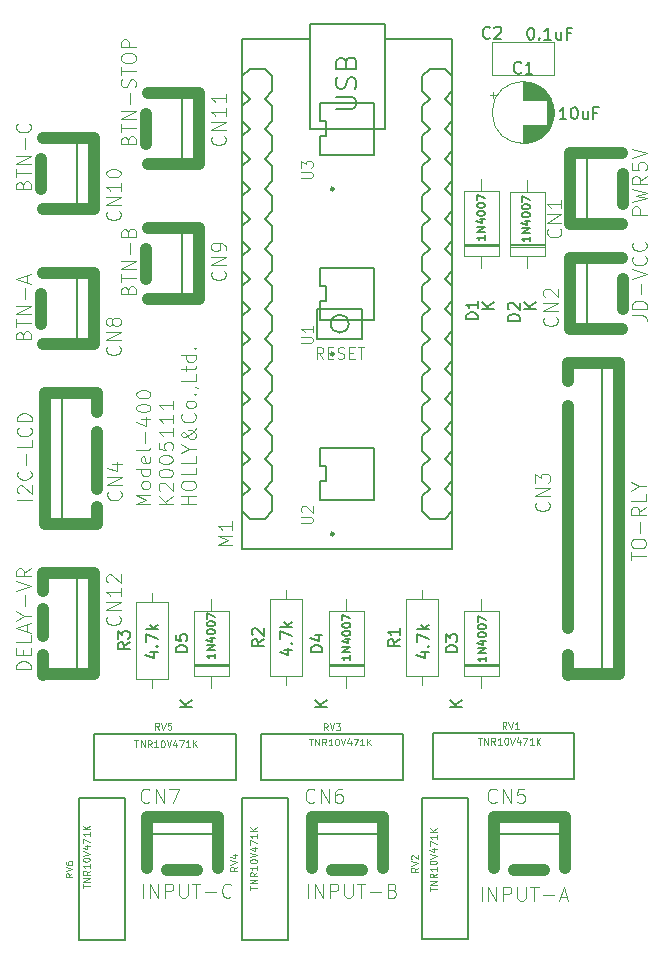
<source format=gbr>
G04 #@! TF.GenerationSoftware,KiCad,Pcbnew,5.1.6-c6e7f7d~87~ubuntu18.04.1*
G04 #@! TF.CreationDate,2020-07-27T15:47:09+09:00*
G04 #@! TF.ProjectId,001,3030312e-6b69-4636-9164-5f7063625858,rev?*
G04 #@! TF.SameCoordinates,Original*
G04 #@! TF.FileFunction,Legend,Top*
G04 #@! TF.FilePolarity,Positive*
%FSLAX46Y46*%
G04 Gerber Fmt 4.6, Leading zero omitted, Abs format (unit mm)*
G04 Created by KiCad (PCBNEW 5.1.6-c6e7f7d~87~ubuntu18.04.1) date 2020-07-27 15:47:09*
%MOMM*%
%LPD*%
G01*
G04 APERTURE LIST*
%ADD10C,0.101600*%
%ADD11C,0.120000*%
%ADD12C,0.150000*%
%ADD13C,0.127000*%
%ADD14C,1.016000*%
%ADD15C,0.250000*%
%ADD16C,0.057912*%
%ADD17C,0.096520*%
%ADD18C,0.081280*%
%ADD19C,0.142240*%
%ADD20C,0.076000*%
G04 APERTURE END LIST*
D10*
X133279847Y-106326698D02*
X132073347Y-106326698D01*
X132935133Y-105924531D01*
X132073347Y-105522364D01*
X133279847Y-105522364D01*
X133279847Y-104775483D02*
X133222395Y-104890388D01*
X133164942Y-104947840D01*
X133050038Y-105005293D01*
X132705323Y-105005293D01*
X132590419Y-104947840D01*
X132532966Y-104890388D01*
X132475514Y-104775483D01*
X132475514Y-104603126D01*
X132532966Y-104488221D01*
X132590419Y-104430769D01*
X132705323Y-104373317D01*
X133050038Y-104373317D01*
X133164942Y-104430769D01*
X133222395Y-104488221D01*
X133279847Y-104603126D01*
X133279847Y-104775483D01*
X133279847Y-103339174D02*
X132073347Y-103339174D01*
X133222395Y-103339174D02*
X133279847Y-103454079D01*
X133279847Y-103683888D01*
X133222395Y-103798793D01*
X133164942Y-103856245D01*
X133050038Y-103913698D01*
X132705323Y-103913698D01*
X132590419Y-103856245D01*
X132532966Y-103798793D01*
X132475514Y-103683888D01*
X132475514Y-103454079D01*
X132532966Y-103339174D01*
X133222395Y-102305031D02*
X133279847Y-102419936D01*
X133279847Y-102649745D01*
X133222395Y-102764650D01*
X133107490Y-102822102D01*
X132647871Y-102822102D01*
X132532966Y-102764650D01*
X132475514Y-102649745D01*
X132475514Y-102419936D01*
X132532966Y-102305031D01*
X132647871Y-102247579D01*
X132762776Y-102247579D01*
X132877680Y-102822102D01*
X133279847Y-101558150D02*
X133222395Y-101673055D01*
X133107490Y-101730507D01*
X132073347Y-101730507D01*
X132820228Y-101098531D02*
X132820228Y-100179293D01*
X132475514Y-99087698D02*
X133279847Y-99087698D01*
X132015895Y-99374960D02*
X132877680Y-99662221D01*
X132877680Y-98915340D01*
X132073347Y-98225912D02*
X132073347Y-98111007D01*
X132130800Y-97996102D01*
X132188252Y-97938650D01*
X132303157Y-97881198D01*
X132532966Y-97823745D01*
X132820228Y-97823745D01*
X133050038Y-97881198D01*
X133164942Y-97938650D01*
X133222395Y-97996102D01*
X133279847Y-98111007D01*
X133279847Y-98225912D01*
X133222395Y-98340817D01*
X133164942Y-98398269D01*
X133050038Y-98455721D01*
X132820228Y-98513174D01*
X132532966Y-98513174D01*
X132303157Y-98455721D01*
X132188252Y-98398269D01*
X132130800Y-98340817D01*
X132073347Y-98225912D01*
X132073347Y-97076864D02*
X132073347Y-96961960D01*
X132130800Y-96847055D01*
X132188252Y-96789602D01*
X132303157Y-96732150D01*
X132532966Y-96674698D01*
X132820228Y-96674698D01*
X133050038Y-96732150D01*
X133164942Y-96789602D01*
X133222395Y-96847055D01*
X133279847Y-96961960D01*
X133279847Y-97076864D01*
X133222395Y-97191769D01*
X133164942Y-97249221D01*
X133050038Y-97306674D01*
X132820228Y-97364126D01*
X132532966Y-97364126D01*
X132303157Y-97306674D01*
X132188252Y-97249221D01*
X132130800Y-97191769D01*
X132073347Y-97076864D01*
X135191197Y-106326698D02*
X133984697Y-106326698D01*
X135191197Y-105637269D02*
X134501769Y-106154340D01*
X133984697Y-105637269D02*
X134674126Y-106326698D01*
X134099602Y-105177650D02*
X134042150Y-105120198D01*
X133984697Y-105005293D01*
X133984697Y-104718031D01*
X134042150Y-104603126D01*
X134099602Y-104545674D01*
X134214507Y-104488221D01*
X134329411Y-104488221D01*
X134501769Y-104545674D01*
X135191197Y-105235102D01*
X135191197Y-104488221D01*
X133984697Y-103741340D02*
X133984697Y-103626436D01*
X134042150Y-103511531D01*
X134099602Y-103454079D01*
X134214507Y-103396626D01*
X134444316Y-103339174D01*
X134731578Y-103339174D01*
X134961388Y-103396626D01*
X135076292Y-103454079D01*
X135133745Y-103511531D01*
X135191197Y-103626436D01*
X135191197Y-103741340D01*
X135133745Y-103856245D01*
X135076292Y-103913698D01*
X134961388Y-103971150D01*
X134731578Y-104028602D01*
X134444316Y-104028602D01*
X134214507Y-103971150D01*
X134099602Y-103913698D01*
X134042150Y-103856245D01*
X133984697Y-103741340D01*
X133984697Y-102592293D02*
X133984697Y-102477388D01*
X134042150Y-102362483D01*
X134099602Y-102305031D01*
X134214507Y-102247579D01*
X134444316Y-102190126D01*
X134731578Y-102190126D01*
X134961388Y-102247579D01*
X135076292Y-102305031D01*
X135133745Y-102362483D01*
X135191197Y-102477388D01*
X135191197Y-102592293D01*
X135133745Y-102707198D01*
X135076292Y-102764650D01*
X134961388Y-102822102D01*
X134731578Y-102879555D01*
X134444316Y-102879555D01*
X134214507Y-102822102D01*
X134099602Y-102764650D01*
X134042150Y-102707198D01*
X133984697Y-102592293D01*
X133984697Y-101098531D02*
X133984697Y-101673055D01*
X134559221Y-101730507D01*
X134501769Y-101673055D01*
X134444316Y-101558150D01*
X134444316Y-101270888D01*
X134501769Y-101155983D01*
X134559221Y-101098531D01*
X134674126Y-101041079D01*
X134961388Y-101041079D01*
X135076292Y-101098531D01*
X135133745Y-101155983D01*
X135191197Y-101270888D01*
X135191197Y-101558150D01*
X135133745Y-101673055D01*
X135076292Y-101730507D01*
X135191197Y-99892031D02*
X135191197Y-100581460D01*
X135191197Y-100236745D02*
X133984697Y-100236745D01*
X134157054Y-100351650D01*
X134271959Y-100466555D01*
X134329411Y-100581460D01*
X135191197Y-98742983D02*
X135191197Y-99432412D01*
X135191197Y-99087698D02*
X133984697Y-99087698D01*
X134157054Y-99202602D01*
X134271959Y-99317507D01*
X134329411Y-99432412D01*
X135191197Y-97593936D02*
X135191197Y-98283364D01*
X135191197Y-97938650D02*
X133984697Y-97938650D01*
X134157054Y-98053555D01*
X134271959Y-98168460D01*
X134329411Y-98283364D01*
X137102547Y-106326698D02*
X135896047Y-106326698D01*
X136470571Y-106326698D02*
X136470571Y-105637269D01*
X137102547Y-105637269D02*
X135896047Y-105637269D01*
X135896047Y-104832936D02*
X135896047Y-104603126D01*
X135953500Y-104488221D01*
X136068404Y-104373317D01*
X136298214Y-104315864D01*
X136700380Y-104315864D01*
X136930190Y-104373317D01*
X137045095Y-104488221D01*
X137102547Y-104603126D01*
X137102547Y-104832936D01*
X137045095Y-104947840D01*
X136930190Y-105062745D01*
X136700380Y-105120198D01*
X136298214Y-105120198D01*
X136068404Y-105062745D01*
X135953500Y-104947840D01*
X135896047Y-104832936D01*
X137102547Y-103224269D02*
X137102547Y-103798793D01*
X135896047Y-103798793D01*
X137102547Y-102247579D02*
X137102547Y-102822102D01*
X135896047Y-102822102D01*
X136528023Y-101615602D02*
X137102547Y-101615602D01*
X135896047Y-102017769D02*
X136528023Y-101615602D01*
X135896047Y-101213436D01*
X137102547Y-99834579D02*
X137102547Y-99892031D01*
X137045095Y-100006936D01*
X136872738Y-100179293D01*
X136528023Y-100466555D01*
X136355666Y-100581460D01*
X136183309Y-100638912D01*
X136068404Y-100638912D01*
X135953500Y-100581460D01*
X135896047Y-100466555D01*
X135896047Y-100409102D01*
X135953500Y-100294198D01*
X136068404Y-100236745D01*
X136125857Y-100236745D01*
X136240761Y-100294198D01*
X136298214Y-100351650D01*
X136528023Y-100696364D01*
X136585476Y-100753817D01*
X136700380Y-100811269D01*
X136872738Y-100811269D01*
X136987642Y-100753817D01*
X137045095Y-100696364D01*
X137102547Y-100581460D01*
X137102547Y-100409102D01*
X137045095Y-100294198D01*
X136987642Y-100236745D01*
X136757833Y-100064388D01*
X136585476Y-100006936D01*
X136470571Y-100006936D01*
X136987642Y-98628079D02*
X137045095Y-98685531D01*
X137102547Y-98857888D01*
X137102547Y-98972793D01*
X137045095Y-99145150D01*
X136930190Y-99260055D01*
X136815285Y-99317507D01*
X136585476Y-99374960D01*
X136413119Y-99374960D01*
X136183309Y-99317507D01*
X136068404Y-99260055D01*
X135953500Y-99145150D01*
X135896047Y-98972793D01*
X135896047Y-98857888D01*
X135953500Y-98685531D01*
X136010952Y-98628079D01*
X137102547Y-97938650D02*
X137045095Y-98053555D01*
X136987642Y-98111007D01*
X136872738Y-98168460D01*
X136528023Y-98168460D01*
X136413119Y-98111007D01*
X136355666Y-98053555D01*
X136298214Y-97938650D01*
X136298214Y-97766293D01*
X136355666Y-97651388D01*
X136413119Y-97593936D01*
X136528023Y-97536483D01*
X136872738Y-97536483D01*
X136987642Y-97593936D01*
X137045095Y-97651388D01*
X137102547Y-97766293D01*
X137102547Y-97938650D01*
X136987642Y-97019412D02*
X137045095Y-96961960D01*
X137102547Y-97019412D01*
X137045095Y-97076864D01*
X136987642Y-97019412D01*
X137102547Y-97019412D01*
X137045095Y-96387436D02*
X137102547Y-96387436D01*
X137217452Y-96444888D01*
X137274904Y-96502340D01*
X137102547Y-95295840D02*
X137102547Y-95870364D01*
X135896047Y-95870364D01*
X136298214Y-95066031D02*
X136298214Y-94606412D01*
X135896047Y-94893674D02*
X136930190Y-94893674D01*
X137045095Y-94836221D01*
X137102547Y-94721317D01*
X137102547Y-94606412D01*
X137102547Y-93687174D02*
X135896047Y-93687174D01*
X137045095Y-93687174D02*
X137102547Y-93802079D01*
X137102547Y-94031888D01*
X137045095Y-94146793D01*
X136987642Y-94204245D01*
X136872738Y-94261698D01*
X136528023Y-94261698D01*
X136413119Y-94204245D01*
X136355666Y-94146793D01*
X136298214Y-94031888D01*
X136298214Y-93802079D01*
X136355666Y-93687174D01*
X136987642Y-93112650D02*
X137045095Y-93055198D01*
X137102547Y-93112650D01*
X137045095Y-93170102D01*
X136987642Y-93112650D01*
X137102547Y-93112650D01*
D11*
G04 #@! TO.C,D5*
X136960000Y-120050000D02*
X139900000Y-120050000D01*
X136960000Y-119810000D02*
X139900000Y-119810000D01*
X136960000Y-119930000D02*
X139900000Y-119930000D01*
X138430000Y-114370000D02*
X138430000Y-115390000D01*
X138430000Y-121850000D02*
X138430000Y-120830000D01*
X136960000Y-115390000D02*
X136960000Y-120830000D01*
X139900000Y-115390000D02*
X136960000Y-115390000D01*
X139900000Y-120830000D02*
X139900000Y-115390000D01*
X136960000Y-120830000D02*
X139900000Y-120830000D01*
G04 #@! TO.C,D4*
X148390000Y-120050000D02*
X151330000Y-120050000D01*
X148390000Y-119810000D02*
X151330000Y-119810000D01*
X148390000Y-119930000D02*
X151330000Y-119930000D01*
X149860000Y-114370000D02*
X149860000Y-115390000D01*
X149860000Y-121850000D02*
X149860000Y-120830000D01*
X148390000Y-115390000D02*
X148390000Y-120830000D01*
X151330000Y-115390000D02*
X148390000Y-115390000D01*
X151330000Y-120830000D02*
X151330000Y-115390000D01*
X148390000Y-120830000D02*
X151330000Y-120830000D01*
G04 #@! TO.C,D3*
X159820000Y-120050000D02*
X162760000Y-120050000D01*
X159820000Y-119810000D02*
X162760000Y-119810000D01*
X159820000Y-119930000D02*
X162760000Y-119930000D01*
X161290000Y-114370000D02*
X161290000Y-115390000D01*
X161290000Y-121850000D02*
X161290000Y-120830000D01*
X159820000Y-115390000D02*
X159820000Y-120830000D01*
X162760000Y-115390000D02*
X159820000Y-115390000D01*
X162760000Y-120830000D02*
X162760000Y-115390000D01*
X159820000Y-120830000D02*
X162760000Y-120830000D01*
G04 #@! TO.C,D2*
X163706200Y-84515400D02*
X166646200Y-84515400D01*
X163706200Y-84275400D02*
X166646200Y-84275400D01*
X163706200Y-84395400D02*
X166646200Y-84395400D01*
X165176200Y-78835400D02*
X165176200Y-79855400D01*
X165176200Y-86315400D02*
X165176200Y-85295400D01*
X163706200Y-79855400D02*
X163706200Y-85295400D01*
X166646200Y-79855400D02*
X163706200Y-79855400D01*
X166646200Y-85295400D02*
X166646200Y-79855400D01*
X163706200Y-85295400D02*
X166646200Y-85295400D01*
G04 #@! TO.C,D1*
X159820000Y-84490000D02*
X162760000Y-84490000D01*
X159820000Y-84250000D02*
X162760000Y-84250000D01*
X159820000Y-84370000D02*
X162760000Y-84370000D01*
X161290000Y-78810000D02*
X161290000Y-79830000D01*
X161290000Y-86290000D02*
X161290000Y-85270000D01*
X159820000Y-79830000D02*
X159820000Y-85270000D01*
X162760000Y-79830000D02*
X159820000Y-79830000D01*
X162760000Y-85270000D02*
X162760000Y-79830000D01*
X159820000Y-85270000D02*
X162760000Y-85270000D01*
D12*
G04 #@! TO.C,RV6*
X131094800Y-131201600D02*
X127194800Y-131201600D01*
X131094800Y-143201600D02*
X127194800Y-143201600D01*
X131094800Y-131201600D02*
X131094800Y-143201600D01*
X127194800Y-131201600D02*
X127194800Y-143201600D01*
G04 #@! TO.C,RV1*
X169178800Y-129621600D02*
X169178800Y-125721600D01*
X157178800Y-129621600D02*
X157178800Y-125721600D01*
X169178800Y-129621600D02*
X157178800Y-129621600D01*
X169178800Y-125721600D02*
X157178800Y-125721600D01*
G04 #@! TO.C,RV2*
X160155400Y-131169200D02*
X156255400Y-131169200D01*
X160155400Y-143169200D02*
X156255400Y-143169200D01*
X160155400Y-131169200D02*
X160155400Y-143169200D01*
X156255400Y-131169200D02*
X156255400Y-143169200D01*
G04 #@! TO.C,RV3*
X154624600Y-129672400D02*
X154624600Y-125772400D01*
X142624600Y-129672400D02*
X142624600Y-125772400D01*
X154624600Y-129672400D02*
X142624600Y-129672400D01*
X154624600Y-125772400D02*
X142624600Y-125772400D01*
G04 #@! TO.C,RV4*
X144963200Y-131227000D02*
X141063200Y-131227000D01*
X144963200Y-143227000D02*
X141063200Y-143227000D01*
X144963200Y-131227000D02*
X144963200Y-143227000D01*
X141063200Y-131227000D02*
X141063200Y-143227000D01*
G04 #@! TO.C,RV5*
X140527600Y-129647000D02*
X140527600Y-125747000D01*
X128527600Y-129647000D02*
X128527600Y-125747000D01*
X140527600Y-129647000D02*
X128527600Y-129647000D01*
X140527600Y-125747000D02*
X128527600Y-125747000D01*
D13*
G04 #@! TO.C,M1*
X158191100Y-107538600D02*
X158826100Y-106903600D01*
X158826100Y-105633600D02*
X158191100Y-104998600D01*
X158826100Y-103093600D02*
X158191100Y-102458600D01*
X158191100Y-102458600D02*
X158826100Y-101823600D01*
X158191100Y-99918600D02*
X158826100Y-99283600D01*
X158826100Y-98013600D02*
X158191100Y-97378600D01*
X158191100Y-97378600D02*
X158826100Y-96743600D01*
X158826100Y-95473600D02*
X158191100Y-94838600D01*
X158191100Y-94838600D02*
X158826100Y-94203600D01*
X158826100Y-92933600D02*
X158191100Y-92298600D01*
X158191100Y-92298600D02*
X158826100Y-91663600D01*
X158826100Y-90393600D02*
X158191100Y-89758600D01*
X158191100Y-89758600D02*
X158826100Y-89123600D01*
X158826100Y-87853600D02*
X158191100Y-87218600D01*
X158191100Y-87218600D02*
X158826100Y-86583600D01*
X158826100Y-85313600D02*
X158191100Y-84678600D01*
X158826100Y-82773600D02*
X158191100Y-82138600D01*
X158191100Y-82138600D02*
X158826100Y-81503600D01*
X158826100Y-80233600D02*
X158191100Y-79598600D01*
X158191100Y-79598600D02*
X158826100Y-78963600D01*
X158826100Y-77693600D02*
X158191100Y-77058600D01*
X156921100Y-77058600D02*
X156286100Y-77693600D01*
X156286100Y-77693600D02*
X156286100Y-78963600D01*
X156286100Y-78963600D02*
X156921100Y-79598600D01*
X156921100Y-79598600D02*
X156286100Y-80233600D01*
X156286100Y-80233600D02*
X156286100Y-81503600D01*
X156286100Y-81503600D02*
X156921100Y-82138600D01*
X156921100Y-82138600D02*
X156286100Y-82773600D01*
X156286100Y-82773600D02*
X156286100Y-84043600D01*
X156286100Y-84043600D02*
X156921100Y-84678600D01*
X156921100Y-84678600D02*
X156286100Y-85313600D01*
X156286100Y-85313600D02*
X156286100Y-86583600D01*
X156286100Y-86583600D02*
X156921100Y-87218600D01*
X156921100Y-87218600D02*
X156286100Y-87853600D01*
X156286100Y-87853600D02*
X156286100Y-89123600D01*
X156286100Y-89123600D02*
X156921100Y-89758600D01*
X156921100Y-89758600D02*
X156286100Y-90393600D01*
X156286100Y-90393600D02*
X156286100Y-91663600D01*
X156286100Y-91663600D02*
X156921100Y-92298600D01*
X156921100Y-92298600D02*
X156286100Y-92933600D01*
X156286100Y-92933600D02*
X156286100Y-94203600D01*
X156286100Y-94203600D02*
X156921100Y-94838600D01*
X156921100Y-94838600D02*
X156286100Y-95473600D01*
X156286100Y-95473600D02*
X156286100Y-96743600D01*
X156286100Y-96743600D02*
X156921100Y-97378600D01*
X156921100Y-97378600D02*
X156286100Y-98013600D01*
X156286100Y-98013600D02*
X156286100Y-99283600D01*
X156286100Y-99283600D02*
X156921100Y-99918600D01*
X156921100Y-99918600D02*
X156286100Y-100553600D01*
X156286100Y-100553600D02*
X156286100Y-101823600D01*
X156286100Y-101823600D02*
X156921100Y-102458600D01*
X156921100Y-102458600D02*
X156286100Y-103093600D01*
X156286100Y-103093600D02*
X156286100Y-104363600D01*
X156286100Y-104363600D02*
X156921100Y-104998600D01*
X156921100Y-104998600D02*
X156286100Y-105633600D01*
X156286100Y-105633600D02*
X156286100Y-106903600D01*
X156286100Y-106903600D02*
X156921100Y-107538600D01*
X142951100Y-107538600D02*
X143586100Y-106903600D01*
X143586100Y-77693600D02*
X142951100Y-77058600D01*
X141046100Y-106903600D02*
X141681100Y-107538600D01*
X141046100Y-77693600D02*
X141681100Y-77058600D01*
X158826100Y-110078600D02*
X158826100Y-104363600D01*
X158826100Y-104363600D02*
X158826100Y-100553600D01*
X158826100Y-100553600D02*
X158826100Y-84043600D01*
X141046100Y-78963600D02*
X141046100Y-80233600D01*
X141046100Y-80233600D02*
X141046100Y-81503600D01*
X141046100Y-81503600D02*
X141046100Y-82773600D01*
X141046100Y-82773600D02*
X141046100Y-84043600D01*
X141046100Y-84043600D02*
X141046100Y-85313600D01*
X141046100Y-85313600D02*
X141046100Y-86583600D01*
X141046100Y-86583600D02*
X141046100Y-87853600D01*
X141046100Y-87853600D02*
X141046100Y-89123600D01*
X141046100Y-89123600D02*
X141046100Y-90393600D01*
X141046100Y-90393600D02*
X141046100Y-91663600D01*
X141046100Y-91663600D02*
X141046100Y-92933600D01*
X141046100Y-92933600D02*
X141046100Y-94203600D01*
X141046100Y-94203600D02*
X141046100Y-95473600D01*
X141046100Y-95473600D02*
X141046100Y-96743600D01*
X141046100Y-96743600D02*
X141046100Y-98013600D01*
X141046100Y-98013600D02*
X141046100Y-99283600D01*
X141046100Y-99283600D02*
X141046100Y-100553600D01*
X141046100Y-100553600D02*
X141046100Y-101823600D01*
X141046100Y-101823600D02*
X141046100Y-103093600D01*
X141046100Y-103093600D02*
X141046100Y-104363600D01*
X141046100Y-104363600D02*
X141046100Y-105633600D01*
X158191100Y-84678600D02*
X158826100Y-84043600D01*
X158191100Y-104998600D02*
X158826100Y-104363600D01*
X158191100Y-99918600D02*
X158826100Y-100553600D01*
X141046100Y-78963600D02*
X141681100Y-79598600D01*
X141681100Y-79598600D02*
X141046100Y-80233600D01*
X141046100Y-81503600D02*
X141681100Y-82138600D01*
X141681100Y-82138600D02*
X141046100Y-82773600D01*
X141046100Y-84043600D02*
X141681100Y-84678600D01*
X141681100Y-84678600D02*
X141046100Y-85313600D01*
X141046100Y-86583600D02*
X141681100Y-87218600D01*
X141681100Y-87218600D02*
X141046100Y-87853600D01*
X141046100Y-89123600D02*
X141681100Y-89758600D01*
X141681100Y-89758600D02*
X141046100Y-90393600D01*
X141046100Y-91663600D02*
X141681100Y-92298600D01*
X141681100Y-92298600D02*
X141046100Y-92933600D01*
X141046100Y-94203600D02*
X141681100Y-94838600D01*
X141681100Y-94838600D02*
X141046100Y-95473600D01*
X141046100Y-96743600D02*
X141681100Y-97378600D01*
X141681100Y-97378600D02*
X141046100Y-98013600D01*
X141046100Y-99283600D02*
X141681100Y-99918600D01*
X141681100Y-99918600D02*
X141046100Y-100553600D01*
X141046100Y-101823600D02*
X141681100Y-102458600D01*
X141681100Y-102458600D02*
X141046100Y-103093600D01*
X143586100Y-77693600D02*
X143586100Y-78963600D01*
X143586100Y-78963600D02*
X142951100Y-79598600D01*
X142951100Y-79598600D02*
X143586100Y-80233600D01*
X143586100Y-80233600D02*
X143586100Y-81503600D01*
X143586100Y-81503600D02*
X142951100Y-82138600D01*
X142951100Y-82138600D02*
X143586100Y-82773600D01*
X143586100Y-82773600D02*
X143586100Y-84043600D01*
X143586100Y-84043600D02*
X142951100Y-84678600D01*
X142951100Y-84678600D02*
X143586100Y-85313600D01*
X143586100Y-85313600D02*
X143586100Y-86583600D01*
X143586100Y-86583600D02*
X142951100Y-87218600D01*
X142951100Y-87218600D02*
X143586100Y-87853600D01*
X143586100Y-87853600D02*
X143586100Y-89123600D01*
X143586100Y-89123600D02*
X142951100Y-89758600D01*
X142951100Y-89758600D02*
X143586100Y-90393600D01*
X143586100Y-90393600D02*
X143586100Y-91663600D01*
X143586100Y-91663600D02*
X142951100Y-92298600D01*
X142951100Y-92298600D02*
X143586100Y-92933600D01*
X143586100Y-92933600D02*
X143586100Y-94203600D01*
X143586100Y-94203600D02*
X142951100Y-94838600D01*
X142951100Y-94838600D02*
X143586100Y-95473600D01*
X143586100Y-95473600D02*
X143586100Y-96743600D01*
X143586100Y-96743600D02*
X142951100Y-97378600D01*
X142951100Y-97378600D02*
X143586100Y-98013600D01*
X143586100Y-98013600D02*
X143586100Y-99283600D01*
X143586100Y-99283600D02*
X142951100Y-99918600D01*
X142951100Y-99918600D02*
X143586100Y-100553600D01*
X143586100Y-100553600D02*
X143586100Y-101823600D01*
X143586100Y-101823600D02*
X142951100Y-102458600D01*
X142951100Y-102458600D02*
X143586100Y-103093600D01*
X143586100Y-103093600D02*
X143586100Y-104363600D01*
X143586100Y-104363600D02*
X142951100Y-104998600D01*
X142951100Y-104998600D02*
X143586100Y-105633600D01*
X143586100Y-105633600D02*
X143586100Y-106903600D01*
X141046100Y-105633600D02*
X141681100Y-104998600D01*
X141681100Y-104998600D02*
X141046100Y-104363600D01*
X158826100Y-84043600D02*
X158826100Y-76423600D01*
X158826100Y-76423600D02*
X158826100Y-75153600D01*
X158826100Y-75153600D02*
X158826100Y-73883600D01*
X158826100Y-73883600D02*
X158826100Y-72613600D01*
X158826100Y-72613600D02*
X158826100Y-71343600D01*
X158826100Y-71343600D02*
X158826100Y-70073600D01*
X158826100Y-70073600D02*
X158826100Y-66898600D01*
X158826100Y-66898600D02*
X153111100Y-66898600D01*
X146761100Y-66898600D02*
X141046100Y-66898600D01*
X141046100Y-66898600D02*
X141046100Y-70073600D01*
X141046100Y-70073600D02*
X141046100Y-71343600D01*
X141046100Y-71343600D02*
X141046100Y-72613600D01*
X141046100Y-72613600D02*
X141046100Y-73883600D01*
X141046100Y-73883600D02*
X141046100Y-75153600D01*
X141046100Y-75153600D02*
X141046100Y-76423600D01*
X141046100Y-76423600D02*
X141046100Y-78963600D01*
X158826100Y-110078600D02*
X153111100Y-110078600D01*
X153111100Y-110078600D02*
X146761100Y-110078600D01*
X146761100Y-110078600D02*
X141046100Y-110078600D01*
X141046100Y-110078600D02*
X141046100Y-105633600D01*
X158191100Y-77058600D02*
X158826100Y-76423600D01*
X158826100Y-75153600D02*
X158191100Y-74518600D01*
X158191100Y-74518600D02*
X158826100Y-73883600D01*
X158826100Y-72613600D02*
X158191100Y-71978600D01*
X158191100Y-71978600D02*
X158826100Y-71343600D01*
X158826100Y-70073600D02*
X158191100Y-69438600D01*
X158191100Y-69438600D02*
X156921100Y-69438600D01*
X156921100Y-69438600D02*
X156286100Y-70073600D01*
X156286100Y-70073600D02*
X156286100Y-71343600D01*
X156286100Y-71343600D02*
X156921100Y-71978600D01*
X156921100Y-71978600D02*
X156286100Y-72613600D01*
X156286100Y-72613600D02*
X156286100Y-73883600D01*
X156286100Y-73883600D02*
X156921100Y-74518600D01*
X156921100Y-74518600D02*
X156286100Y-75153600D01*
X156286100Y-75153600D02*
X156286100Y-76423600D01*
X156286100Y-76423600D02*
X156921100Y-77058600D01*
X158191100Y-107538600D02*
X156921100Y-107538600D01*
X142951100Y-107538600D02*
X141681100Y-107538600D01*
X142951100Y-77058600D02*
X143586100Y-76423600D01*
X143586100Y-76423600D02*
X143586100Y-75153600D01*
X143586100Y-75153600D02*
X142951100Y-74518600D01*
X142951100Y-74518600D02*
X143586100Y-73883600D01*
X143586100Y-73883600D02*
X143586100Y-72613600D01*
X143586100Y-72613600D02*
X142951100Y-71978600D01*
X142951100Y-71978600D02*
X143586100Y-71343600D01*
X143586100Y-71343600D02*
X143586100Y-70073600D01*
X143586100Y-70073600D02*
X142951100Y-69438600D01*
X142951100Y-69438600D02*
X141681100Y-69438600D01*
X141681100Y-69438600D02*
X141046100Y-70073600D01*
X141046100Y-71343600D02*
X141681100Y-71978600D01*
X141681100Y-71978600D02*
X141046100Y-72613600D01*
X141046100Y-73883600D02*
X141681100Y-74518600D01*
X141681100Y-74518600D02*
X141046100Y-75153600D01*
X141046100Y-76423600D02*
X141681100Y-77058600D01*
X153111100Y-66898600D02*
X153111100Y-74518600D01*
X153111100Y-74518600D02*
X146761100Y-74518600D01*
X146761100Y-74518600D02*
X146761100Y-66898600D01*
X153111100Y-66898600D02*
X153111100Y-65628600D01*
X153111100Y-65628600D02*
X146761100Y-65628600D01*
X146761100Y-65628600D02*
X146761100Y-66898600D01*
X147396100Y-89758600D02*
X147396100Y-92298600D01*
X147396100Y-92298600D02*
X151206100Y-92298600D01*
X151206100Y-92298600D02*
X151206100Y-89758600D01*
X151206100Y-89758600D02*
X147396100Y-89758600D01*
X150063100Y-91028600D02*
G75*
G03*
X150063100Y-91028600I-762000J0D01*
G01*
D14*
G04 #@! TO.C,CN1*
X168826100Y-82618600D02*
X168826100Y-76578600D01*
X168826100Y-76578600D02*
X170256100Y-76578600D01*
X170256100Y-76578600D02*
X173176100Y-76578600D01*
X173176100Y-82618600D02*
X170256100Y-82618600D01*
X170256100Y-82618600D02*
X168826100Y-82618600D01*
D13*
X170256100Y-82618600D02*
X170256100Y-76578600D01*
D14*
X173304100Y-80868600D02*
X173304100Y-78328600D01*
G04 #@! TO.C,CN5*
X162334000Y-132778600D02*
X168374000Y-132778600D01*
X168374000Y-132778600D02*
X168374000Y-134208600D01*
X168374000Y-134208600D02*
X168374000Y-137128600D01*
X162334000Y-137128600D02*
X162334000Y-134208600D01*
X162334000Y-134208600D02*
X162334000Y-132778600D01*
D13*
X162334000Y-134208600D02*
X168374000Y-134208600D01*
D14*
X164084000Y-137256600D02*
X166624000Y-137256600D01*
G04 #@! TO.C,CN6*
X146916100Y-132778600D02*
X152956100Y-132778600D01*
X152956100Y-132778600D02*
X152956100Y-134208600D01*
X152956100Y-134208600D02*
X152956100Y-137128600D01*
X146916100Y-137128600D02*
X146916100Y-134208600D01*
X146916100Y-134208600D02*
X146916100Y-132778600D01*
D13*
X146916100Y-134208600D02*
X152956100Y-134208600D01*
D14*
X148666100Y-137256600D02*
X151206100Y-137256600D01*
G04 #@! TO.C,CN3*
X172956100Y-94358600D02*
X172956100Y-120718600D01*
X172956100Y-120718600D02*
X171526100Y-120718600D01*
X171526100Y-120718600D02*
X168606100Y-120718600D01*
X168606100Y-94358600D02*
X171526100Y-94358600D01*
X171526100Y-94358600D02*
X172956100Y-94358600D01*
D13*
X171526100Y-94358600D02*
X171526100Y-120718600D01*
D14*
X168606100Y-94358600D02*
X168605100Y-95854600D01*
X168605100Y-98013600D02*
X168605100Y-116809600D01*
X168605100Y-120746600D02*
X168605100Y-119095600D01*
G04 #@! TO.C,CN2*
X168826100Y-91508600D02*
X168826100Y-85468600D01*
X168826100Y-85468600D02*
X170256100Y-85468600D01*
X170256100Y-85468600D02*
X173176100Y-85468600D01*
X173176100Y-91508600D02*
X170256100Y-91508600D01*
X170256100Y-91508600D02*
X168826100Y-91508600D01*
D13*
X170256100Y-91508600D02*
X170256100Y-85468600D01*
D14*
X173304100Y-89758600D02*
X173304100Y-87218600D01*
G04 #@! TO.C,CN8*
X128506100Y-86738600D02*
X128506100Y-92778600D01*
X128506100Y-92778600D02*
X127076100Y-92778600D01*
X127076100Y-92778600D02*
X124156100Y-92778600D01*
X124156100Y-86738600D02*
X127076100Y-86738600D01*
X127076100Y-86738600D02*
X128506100Y-86738600D01*
D13*
X127076100Y-86738600D02*
X127076100Y-92778600D01*
D14*
X124028100Y-88488600D02*
X124028100Y-91028600D01*
D12*
G04 #@! TO.C,U1*
X147646100Y-90688600D02*
X152226100Y-90688600D01*
X152226100Y-90688600D02*
X152226100Y-86288600D01*
X152226100Y-86288600D02*
X147646100Y-86288600D01*
X147646100Y-86288600D02*
X147646100Y-87859600D01*
X147646100Y-87859600D02*
X148146100Y-87859600D01*
X148146100Y-87859600D02*
X148146100Y-89117600D01*
X148146100Y-89117600D02*
X147646100Y-89117600D01*
X147646100Y-89117600D02*
X147646100Y-90688600D01*
D15*
X148791100Y-93588600D02*
G75*
G03*
X148791100Y-93588600I-125000J0D01*
G01*
D12*
G04 #@! TO.C,U2*
X147646100Y-105928600D02*
X152226100Y-105928600D01*
X152226100Y-105928600D02*
X152226100Y-101528600D01*
X152226100Y-101528600D02*
X147646100Y-101528600D01*
X147646100Y-101528600D02*
X147646100Y-103099600D01*
X147646100Y-103099600D02*
X148146100Y-103099600D01*
X148146100Y-103099600D02*
X148146100Y-104357600D01*
X148146100Y-104357600D02*
X147646100Y-104357600D01*
X147646100Y-104357600D02*
X147646100Y-105928600D01*
D15*
X148791100Y-108828600D02*
G75*
G03*
X148791100Y-108828600I-125000J0D01*
G01*
D14*
G04 #@! TO.C,CN4*
X124376100Y-108018600D02*
X124376100Y-96898600D01*
X124376100Y-96898600D02*
X125806100Y-96898600D01*
X125806100Y-96898600D02*
X128726100Y-96898600D01*
X128726100Y-108018600D02*
X125806100Y-108018600D01*
X125806100Y-108018600D02*
X124376100Y-108018600D01*
D13*
X125806100Y-108018600D02*
X125806100Y-96898600D01*
D14*
X128726100Y-108018600D02*
X128727100Y-106522600D01*
X128727100Y-104998600D02*
X128727100Y-100172600D01*
X128727100Y-96870600D02*
X128727100Y-98521600D01*
G04 #@! TO.C,CN9*
X137396100Y-82928600D02*
X137396100Y-88968600D01*
X137396100Y-88968600D02*
X135966100Y-88968600D01*
X135966100Y-88968600D02*
X133046100Y-88968600D01*
X133046100Y-82928600D02*
X135966100Y-82928600D01*
X135966100Y-82928600D02*
X137396100Y-82928600D01*
D13*
X135966100Y-82928600D02*
X135966100Y-88968600D01*
D14*
X132918100Y-84678600D02*
X132918100Y-87218600D01*
G04 #@! TO.C,CN11*
X137396100Y-71498600D02*
X137396100Y-77538600D01*
X137396100Y-77538600D02*
X135966100Y-77538600D01*
X135966100Y-77538600D02*
X133046100Y-77538600D01*
X133046100Y-71498600D02*
X135966100Y-71498600D01*
X135966100Y-71498600D02*
X137396100Y-71498600D01*
D13*
X135966100Y-71498600D02*
X135966100Y-77538600D01*
D14*
X132918100Y-73248600D02*
X132918100Y-75788600D01*
G04 #@! TO.C,CN12*
X128506100Y-112138600D02*
X128506100Y-120718600D01*
X128506100Y-120718600D02*
X127076100Y-120718600D01*
X127076100Y-120718600D02*
X124156100Y-120718600D01*
X124156100Y-112138600D02*
X127076100Y-112138600D01*
X127076100Y-112138600D02*
X128506100Y-112138600D01*
D13*
X127076100Y-112138600D02*
X127076100Y-120718600D01*
D14*
X124156100Y-112138600D02*
X124155100Y-113634600D01*
X124155100Y-115158600D02*
X124155100Y-117444600D01*
X124155100Y-120746600D02*
X124155100Y-119095600D01*
D12*
G04 #@! TO.C,U3*
X147646100Y-76718600D02*
X152226100Y-76718600D01*
X152226100Y-76718600D02*
X152226100Y-72318600D01*
X152226100Y-72318600D02*
X147646100Y-72318600D01*
X147646100Y-72318600D02*
X147646100Y-73889600D01*
X147646100Y-73889600D02*
X148146100Y-73889600D01*
X148146100Y-73889600D02*
X148146100Y-75147600D01*
X148146100Y-75147600D02*
X147646100Y-75147600D01*
X147646100Y-75147600D02*
X147646100Y-76718600D01*
D15*
X148791100Y-79618600D02*
G75*
G03*
X148791100Y-79618600I-125000J0D01*
G01*
D14*
G04 #@! TO.C,CN7*
X132946100Y-132778600D02*
X138986100Y-132778600D01*
X138986100Y-132778600D02*
X138986100Y-134208600D01*
X138986100Y-134208600D02*
X138986100Y-137128600D01*
X132946100Y-137128600D02*
X132946100Y-134208600D01*
X132946100Y-134208600D02*
X132946100Y-132778600D01*
D13*
X132946100Y-134208600D02*
X138986100Y-134208600D01*
D14*
X134696100Y-137256600D02*
X137236100Y-137256600D01*
G04 #@! TO.C,CN10*
X128506100Y-75308600D02*
X128506100Y-81348600D01*
X128506100Y-81348600D02*
X127076100Y-81348600D01*
X127076100Y-81348600D02*
X124156100Y-81348600D01*
X124156100Y-75308600D02*
X127076100Y-75308600D01*
X127076100Y-75308600D02*
X128506100Y-75308600D01*
D13*
X127076100Y-75308600D02*
X127076100Y-81348600D01*
D14*
X124028100Y-77058600D02*
X124028100Y-79598600D01*
D11*
G04 #@! TO.C,C2*
X167446000Y-67210000D02*
X167446000Y-69950000D01*
X162206000Y-67210000D02*
X162206000Y-69950000D01*
X162206000Y-69950000D02*
X167446000Y-69950000D01*
X162206000Y-67210000D02*
X167446000Y-67210000D01*
G04 #@! TO.C,C1*
X162275225Y-71427000D02*
X162275225Y-71927000D01*
X162025225Y-71677000D02*
X162525225Y-71677000D01*
X167431000Y-72868000D02*
X167431000Y-73436000D01*
X167391000Y-72634000D02*
X167391000Y-73670000D01*
X167351000Y-72475000D02*
X167351000Y-73829000D01*
X167311000Y-72347000D02*
X167311000Y-73957000D01*
X167271000Y-72237000D02*
X167271000Y-74067000D01*
X167231000Y-72141000D02*
X167231000Y-74163000D01*
X167191000Y-72054000D02*
X167191000Y-74250000D01*
X167151000Y-71974000D02*
X167151000Y-74330000D01*
X167111000Y-71901000D02*
X167111000Y-74403000D01*
X167071000Y-71833000D02*
X167071000Y-74471000D01*
X167031000Y-71769000D02*
X167031000Y-74535000D01*
X166991000Y-71709000D02*
X166991000Y-74595000D01*
X166951000Y-71652000D02*
X166951000Y-74652000D01*
X166911000Y-71598000D02*
X166911000Y-74706000D01*
X166871000Y-71547000D02*
X166871000Y-74757000D01*
X166831000Y-74192000D02*
X166831000Y-74805000D01*
X166831000Y-71499000D02*
X166831000Y-72112000D01*
X166791000Y-74192000D02*
X166791000Y-74851000D01*
X166791000Y-71453000D02*
X166791000Y-72112000D01*
X166751000Y-74192000D02*
X166751000Y-74895000D01*
X166751000Y-71409000D02*
X166751000Y-72112000D01*
X166711000Y-74192000D02*
X166711000Y-74937000D01*
X166711000Y-71367000D02*
X166711000Y-72112000D01*
X166671000Y-74192000D02*
X166671000Y-74978000D01*
X166671000Y-71326000D02*
X166671000Y-72112000D01*
X166631000Y-74192000D02*
X166631000Y-75016000D01*
X166631000Y-71288000D02*
X166631000Y-72112000D01*
X166591000Y-74192000D02*
X166591000Y-75053000D01*
X166591000Y-71251000D02*
X166591000Y-72112000D01*
X166551000Y-74192000D02*
X166551000Y-75089000D01*
X166551000Y-71215000D02*
X166551000Y-72112000D01*
X166511000Y-74192000D02*
X166511000Y-75123000D01*
X166511000Y-71181000D02*
X166511000Y-72112000D01*
X166471000Y-74192000D02*
X166471000Y-75156000D01*
X166471000Y-71148000D02*
X166471000Y-72112000D01*
X166431000Y-74192000D02*
X166431000Y-75187000D01*
X166431000Y-71117000D02*
X166431000Y-72112000D01*
X166391000Y-74192000D02*
X166391000Y-75217000D01*
X166391000Y-71087000D02*
X166391000Y-72112000D01*
X166351000Y-74192000D02*
X166351000Y-75247000D01*
X166351000Y-71057000D02*
X166351000Y-72112000D01*
X166311000Y-74192000D02*
X166311000Y-75274000D01*
X166311000Y-71030000D02*
X166311000Y-72112000D01*
X166271000Y-74192000D02*
X166271000Y-75301000D01*
X166271000Y-71003000D02*
X166271000Y-72112000D01*
X166231000Y-74192000D02*
X166231000Y-75327000D01*
X166231000Y-70977000D02*
X166231000Y-72112000D01*
X166191000Y-74192000D02*
X166191000Y-75352000D01*
X166191000Y-70952000D02*
X166191000Y-72112000D01*
X166151000Y-74192000D02*
X166151000Y-75376000D01*
X166151000Y-70928000D02*
X166151000Y-72112000D01*
X166111000Y-74192000D02*
X166111000Y-75399000D01*
X166111000Y-70905000D02*
X166111000Y-72112000D01*
X166071000Y-74192000D02*
X166071000Y-75420000D01*
X166071000Y-70884000D02*
X166071000Y-72112000D01*
X166031000Y-74192000D02*
X166031000Y-75442000D01*
X166031000Y-70862000D02*
X166031000Y-72112000D01*
X165991000Y-74192000D02*
X165991000Y-75462000D01*
X165991000Y-70842000D02*
X165991000Y-72112000D01*
X165951000Y-74192000D02*
X165951000Y-75481000D01*
X165951000Y-70823000D02*
X165951000Y-72112000D01*
X165911000Y-74192000D02*
X165911000Y-75500000D01*
X165911000Y-70804000D02*
X165911000Y-72112000D01*
X165871000Y-74192000D02*
X165871000Y-75517000D01*
X165871000Y-70787000D02*
X165871000Y-72112000D01*
X165831000Y-74192000D02*
X165831000Y-75534000D01*
X165831000Y-70770000D02*
X165831000Y-72112000D01*
X165791000Y-74192000D02*
X165791000Y-75550000D01*
X165791000Y-70754000D02*
X165791000Y-72112000D01*
X165751000Y-74192000D02*
X165751000Y-75566000D01*
X165751000Y-70738000D02*
X165751000Y-72112000D01*
X165711000Y-74192000D02*
X165711000Y-75580000D01*
X165711000Y-70724000D02*
X165711000Y-72112000D01*
X165671000Y-74192000D02*
X165671000Y-75594000D01*
X165671000Y-70710000D02*
X165671000Y-72112000D01*
X165631000Y-74192000D02*
X165631000Y-75607000D01*
X165631000Y-70697000D02*
X165631000Y-72112000D01*
X165591000Y-74192000D02*
X165591000Y-75620000D01*
X165591000Y-70684000D02*
X165591000Y-72112000D01*
X165551000Y-74192000D02*
X165551000Y-75632000D01*
X165551000Y-70672000D02*
X165551000Y-72112000D01*
X165510000Y-74192000D02*
X165510000Y-75643000D01*
X165510000Y-70661000D02*
X165510000Y-72112000D01*
X165470000Y-74192000D02*
X165470000Y-75653000D01*
X165470000Y-70651000D02*
X165470000Y-72112000D01*
X165430000Y-74192000D02*
X165430000Y-75663000D01*
X165430000Y-70641000D02*
X165430000Y-72112000D01*
X165390000Y-74192000D02*
X165390000Y-75672000D01*
X165390000Y-70632000D02*
X165390000Y-72112000D01*
X165350000Y-74192000D02*
X165350000Y-75680000D01*
X165350000Y-70624000D02*
X165350000Y-72112000D01*
X165310000Y-74192000D02*
X165310000Y-75688000D01*
X165310000Y-70616000D02*
X165310000Y-72112000D01*
X165270000Y-74192000D02*
X165270000Y-75695000D01*
X165270000Y-70609000D02*
X165270000Y-72112000D01*
X165230000Y-74192000D02*
X165230000Y-75702000D01*
X165230000Y-70602000D02*
X165230000Y-72112000D01*
X165190000Y-74192000D02*
X165190000Y-75708000D01*
X165190000Y-70596000D02*
X165190000Y-72112000D01*
X165150000Y-74192000D02*
X165150000Y-75713000D01*
X165150000Y-70591000D02*
X165150000Y-72112000D01*
X165110000Y-74192000D02*
X165110000Y-75717000D01*
X165110000Y-70587000D02*
X165110000Y-72112000D01*
X165070000Y-74192000D02*
X165070000Y-75721000D01*
X165070000Y-70583000D02*
X165070000Y-72112000D01*
X165030000Y-74192000D02*
X165030000Y-75725000D01*
X165030000Y-70579000D02*
X165030000Y-72112000D01*
X164990000Y-74192000D02*
X164990000Y-75728000D01*
X164990000Y-70576000D02*
X164990000Y-72112000D01*
X164950000Y-74192000D02*
X164950000Y-75730000D01*
X164950000Y-70574000D02*
X164950000Y-72112000D01*
X164910000Y-74192000D02*
X164910000Y-75731000D01*
X164910000Y-70573000D02*
X164910000Y-72112000D01*
X164870000Y-70572000D02*
X164870000Y-72112000D01*
X164870000Y-74192000D02*
X164870000Y-75732000D01*
X164830000Y-70572000D02*
X164830000Y-72112000D01*
X164830000Y-74192000D02*
X164830000Y-75732000D01*
X167450000Y-73152000D02*
G75*
G03*
X167450000Y-73152000I-2620000J0D01*
G01*
G04 #@! TO.C,R1*
X154916100Y-120872000D02*
X157656100Y-120872000D01*
X157656100Y-120872000D02*
X157656100Y-114332000D01*
X157656100Y-114332000D02*
X154916100Y-114332000D01*
X154916100Y-114332000D02*
X154916100Y-120872000D01*
X156286100Y-121642000D02*
X156286100Y-120872000D01*
X156286100Y-113562000D02*
X156286100Y-114332000D01*
G04 #@! TO.C,R2*
X144780000Y-113562000D02*
X144780000Y-114332000D01*
X144780000Y-121642000D02*
X144780000Y-120872000D01*
X143410000Y-114332000D02*
X143410000Y-120872000D01*
X146150000Y-114332000D02*
X143410000Y-114332000D01*
X146150000Y-120872000D02*
X146150000Y-114332000D01*
X143410000Y-120872000D02*
X146150000Y-120872000D01*
G04 #@! TO.C,R3*
X133426100Y-113816000D02*
X133426100Y-114586000D01*
X133426100Y-121896000D02*
X133426100Y-121126000D01*
X132056100Y-114586000D02*
X132056100Y-121126000D01*
X134796100Y-114586000D02*
X132056100Y-114586000D01*
X134796100Y-121126000D02*
X134796100Y-114586000D01*
X132056100Y-121126000D02*
X134796100Y-121126000D01*
G04 #@! TO.C,D5*
D12*
X136412380Y-118848095D02*
X135412380Y-118848095D01*
X135412380Y-118610000D01*
X135460000Y-118467142D01*
X135555238Y-118371904D01*
X135650476Y-118324285D01*
X135840952Y-118276666D01*
X135983809Y-118276666D01*
X136174285Y-118324285D01*
X136269523Y-118371904D01*
X136364761Y-118467142D01*
X136412380Y-118610000D01*
X136412380Y-118848095D01*
X135412380Y-117371904D02*
X135412380Y-117848095D01*
X135888571Y-117895714D01*
X135840952Y-117848095D01*
X135793333Y-117752857D01*
X135793333Y-117514761D01*
X135840952Y-117419523D01*
X135888571Y-117371904D01*
X135983809Y-117324285D01*
X136221904Y-117324285D01*
X136317142Y-117371904D01*
X136364761Y-117419523D01*
X136412380Y-117514761D01*
X136412380Y-117752857D01*
X136364761Y-117848095D01*
X136317142Y-117895714D01*
X138746666Y-118975000D02*
X138746666Y-119375000D01*
X138746666Y-119175000D02*
X138046666Y-119175000D01*
X138146666Y-119241666D01*
X138213333Y-119308333D01*
X138246666Y-119375000D01*
X138746666Y-118675000D02*
X138046666Y-118675000D01*
X138746666Y-118275000D01*
X138046666Y-118275000D01*
X138280000Y-117641666D02*
X138746666Y-117641666D01*
X138013333Y-117808333D02*
X138513333Y-117975000D01*
X138513333Y-117541666D01*
X138046666Y-117141666D02*
X138046666Y-117075000D01*
X138080000Y-117008333D01*
X138113333Y-116975000D01*
X138180000Y-116941666D01*
X138313333Y-116908333D01*
X138480000Y-116908333D01*
X138613333Y-116941666D01*
X138680000Y-116975000D01*
X138713333Y-117008333D01*
X138746666Y-117075000D01*
X138746666Y-117141666D01*
X138713333Y-117208333D01*
X138680000Y-117241666D01*
X138613333Y-117275000D01*
X138480000Y-117308333D01*
X138313333Y-117308333D01*
X138180000Y-117275000D01*
X138113333Y-117241666D01*
X138080000Y-117208333D01*
X138046666Y-117141666D01*
X138046666Y-116475000D02*
X138046666Y-116408333D01*
X138080000Y-116341666D01*
X138113333Y-116308333D01*
X138180000Y-116275000D01*
X138313333Y-116241666D01*
X138480000Y-116241666D01*
X138613333Y-116275000D01*
X138680000Y-116308333D01*
X138713333Y-116341666D01*
X138746666Y-116408333D01*
X138746666Y-116475000D01*
X138713333Y-116541666D01*
X138680000Y-116575000D01*
X138613333Y-116608333D01*
X138480000Y-116641666D01*
X138313333Y-116641666D01*
X138180000Y-116608333D01*
X138113333Y-116575000D01*
X138080000Y-116541666D01*
X138046666Y-116475000D01*
X138046666Y-116008333D02*
X138046666Y-115541666D01*
X138746666Y-115841666D01*
X136782380Y-123451904D02*
X135782380Y-123451904D01*
X136782380Y-122880476D02*
X136210952Y-123309047D01*
X135782380Y-122880476D02*
X136353809Y-123451904D01*
G04 #@! TO.C,D4*
X147842380Y-118848095D02*
X146842380Y-118848095D01*
X146842380Y-118610000D01*
X146890000Y-118467142D01*
X146985238Y-118371904D01*
X147080476Y-118324285D01*
X147270952Y-118276666D01*
X147413809Y-118276666D01*
X147604285Y-118324285D01*
X147699523Y-118371904D01*
X147794761Y-118467142D01*
X147842380Y-118610000D01*
X147842380Y-118848095D01*
X147175714Y-117419523D02*
X147842380Y-117419523D01*
X146794761Y-117657619D02*
X147509047Y-117895714D01*
X147509047Y-117276666D01*
X150202066Y-119102000D02*
X150202066Y-119502000D01*
X150202066Y-119302000D02*
X149502066Y-119302000D01*
X149602066Y-119368666D01*
X149668733Y-119435333D01*
X149702066Y-119502000D01*
X150202066Y-118802000D02*
X149502066Y-118802000D01*
X150202066Y-118402000D01*
X149502066Y-118402000D01*
X149735400Y-117768666D02*
X150202066Y-117768666D01*
X149468733Y-117935333D02*
X149968733Y-118102000D01*
X149968733Y-117668666D01*
X149502066Y-117268666D02*
X149502066Y-117202000D01*
X149535400Y-117135333D01*
X149568733Y-117102000D01*
X149635400Y-117068666D01*
X149768733Y-117035333D01*
X149935400Y-117035333D01*
X150068733Y-117068666D01*
X150135400Y-117102000D01*
X150168733Y-117135333D01*
X150202066Y-117202000D01*
X150202066Y-117268666D01*
X150168733Y-117335333D01*
X150135400Y-117368666D01*
X150068733Y-117402000D01*
X149935400Y-117435333D01*
X149768733Y-117435333D01*
X149635400Y-117402000D01*
X149568733Y-117368666D01*
X149535400Y-117335333D01*
X149502066Y-117268666D01*
X149502066Y-116602000D02*
X149502066Y-116535333D01*
X149535400Y-116468666D01*
X149568733Y-116435333D01*
X149635400Y-116402000D01*
X149768733Y-116368666D01*
X149935400Y-116368666D01*
X150068733Y-116402000D01*
X150135400Y-116435333D01*
X150168733Y-116468666D01*
X150202066Y-116535333D01*
X150202066Y-116602000D01*
X150168733Y-116668666D01*
X150135400Y-116702000D01*
X150068733Y-116735333D01*
X149935400Y-116768666D01*
X149768733Y-116768666D01*
X149635400Y-116735333D01*
X149568733Y-116702000D01*
X149535400Y-116668666D01*
X149502066Y-116602000D01*
X149502066Y-116135333D02*
X149502066Y-115668666D01*
X150202066Y-115968666D01*
X148212380Y-123451904D02*
X147212380Y-123451904D01*
X148212380Y-122880476D02*
X147640952Y-123309047D01*
X147212380Y-122880476D02*
X147783809Y-123451904D01*
G04 #@! TO.C,D3*
X159272380Y-118848095D02*
X158272380Y-118848095D01*
X158272380Y-118610000D01*
X158320000Y-118467142D01*
X158415238Y-118371904D01*
X158510476Y-118324285D01*
X158700952Y-118276666D01*
X158843809Y-118276666D01*
X159034285Y-118324285D01*
X159129523Y-118371904D01*
X159224761Y-118467142D01*
X159272380Y-118610000D01*
X159272380Y-118848095D01*
X158272380Y-117943333D02*
X158272380Y-117324285D01*
X158653333Y-117657619D01*
X158653333Y-117514761D01*
X158700952Y-117419523D01*
X158748571Y-117371904D01*
X158843809Y-117324285D01*
X159081904Y-117324285D01*
X159177142Y-117371904D01*
X159224761Y-117419523D01*
X159272380Y-117514761D01*
X159272380Y-117800476D01*
X159224761Y-117895714D01*
X159177142Y-117943333D01*
X161682866Y-119229000D02*
X161682866Y-119629000D01*
X161682866Y-119429000D02*
X160982866Y-119429000D01*
X161082866Y-119495666D01*
X161149533Y-119562333D01*
X161182866Y-119629000D01*
X161682866Y-118929000D02*
X160982866Y-118929000D01*
X161682866Y-118529000D01*
X160982866Y-118529000D01*
X161216200Y-117895666D02*
X161682866Y-117895666D01*
X160949533Y-118062333D02*
X161449533Y-118229000D01*
X161449533Y-117795666D01*
X160982866Y-117395666D02*
X160982866Y-117329000D01*
X161016200Y-117262333D01*
X161049533Y-117229000D01*
X161116200Y-117195666D01*
X161249533Y-117162333D01*
X161416200Y-117162333D01*
X161549533Y-117195666D01*
X161616200Y-117229000D01*
X161649533Y-117262333D01*
X161682866Y-117329000D01*
X161682866Y-117395666D01*
X161649533Y-117462333D01*
X161616200Y-117495666D01*
X161549533Y-117529000D01*
X161416200Y-117562333D01*
X161249533Y-117562333D01*
X161116200Y-117529000D01*
X161049533Y-117495666D01*
X161016200Y-117462333D01*
X160982866Y-117395666D01*
X160982866Y-116729000D02*
X160982866Y-116662333D01*
X161016200Y-116595666D01*
X161049533Y-116562333D01*
X161116200Y-116529000D01*
X161249533Y-116495666D01*
X161416200Y-116495666D01*
X161549533Y-116529000D01*
X161616200Y-116562333D01*
X161649533Y-116595666D01*
X161682866Y-116662333D01*
X161682866Y-116729000D01*
X161649533Y-116795666D01*
X161616200Y-116829000D01*
X161549533Y-116862333D01*
X161416200Y-116895666D01*
X161249533Y-116895666D01*
X161116200Y-116862333D01*
X161049533Y-116829000D01*
X161016200Y-116795666D01*
X160982866Y-116729000D01*
X160982866Y-116262333D02*
X160982866Y-115795666D01*
X161682866Y-116095666D01*
X159642380Y-123451904D02*
X158642380Y-123451904D01*
X159642380Y-122880476D02*
X159070952Y-123309047D01*
X158642380Y-122880476D02*
X159213809Y-123451904D01*
G04 #@! TO.C,D2*
X164536380Y-90781095D02*
X163536380Y-90781095D01*
X163536380Y-90543000D01*
X163584000Y-90400142D01*
X163679238Y-90304904D01*
X163774476Y-90257285D01*
X163964952Y-90209666D01*
X164107809Y-90209666D01*
X164298285Y-90257285D01*
X164393523Y-90304904D01*
X164488761Y-90400142D01*
X164536380Y-90543000D01*
X164536380Y-90781095D01*
X163631619Y-89828714D02*
X163584000Y-89781095D01*
X163536380Y-89685857D01*
X163536380Y-89447761D01*
X163584000Y-89352523D01*
X163631619Y-89304904D01*
X163726857Y-89257285D01*
X163822095Y-89257285D01*
X163964952Y-89304904D01*
X164536380Y-89876333D01*
X164536380Y-89257285D01*
X165416666Y-83669000D02*
X165416666Y-84069000D01*
X165416666Y-83869000D02*
X164716666Y-83869000D01*
X164816666Y-83935666D01*
X164883333Y-84002333D01*
X164916666Y-84069000D01*
X165416666Y-83369000D02*
X164716666Y-83369000D01*
X165416666Y-82969000D01*
X164716666Y-82969000D01*
X164950000Y-82335666D02*
X165416666Y-82335666D01*
X164683333Y-82502333D02*
X165183333Y-82669000D01*
X165183333Y-82235666D01*
X164716666Y-81835666D02*
X164716666Y-81769000D01*
X164750000Y-81702333D01*
X164783333Y-81669000D01*
X164850000Y-81635666D01*
X164983333Y-81602333D01*
X165150000Y-81602333D01*
X165283333Y-81635666D01*
X165350000Y-81669000D01*
X165383333Y-81702333D01*
X165416666Y-81769000D01*
X165416666Y-81835666D01*
X165383333Y-81902333D01*
X165350000Y-81935666D01*
X165283333Y-81969000D01*
X165150000Y-82002333D01*
X164983333Y-82002333D01*
X164850000Y-81969000D01*
X164783333Y-81935666D01*
X164750000Y-81902333D01*
X164716666Y-81835666D01*
X164716666Y-81169000D02*
X164716666Y-81102333D01*
X164750000Y-81035666D01*
X164783333Y-81002333D01*
X164850000Y-80969000D01*
X164983333Y-80935666D01*
X165150000Y-80935666D01*
X165283333Y-80969000D01*
X165350000Y-81002333D01*
X165383333Y-81035666D01*
X165416666Y-81102333D01*
X165416666Y-81169000D01*
X165383333Y-81235666D01*
X165350000Y-81269000D01*
X165283333Y-81302333D01*
X165150000Y-81335666D01*
X164983333Y-81335666D01*
X164850000Y-81302333D01*
X164783333Y-81269000D01*
X164750000Y-81235666D01*
X164716666Y-81169000D01*
X164716666Y-80702333D02*
X164716666Y-80235666D01*
X165416666Y-80535666D01*
X165933380Y-89796904D02*
X164933380Y-89796904D01*
X165933380Y-89225476D02*
X165361952Y-89654047D01*
X164933380Y-89225476D02*
X165504809Y-89796904D01*
G04 #@! TO.C,D1*
X160980380Y-90654095D02*
X159980380Y-90654095D01*
X159980380Y-90416000D01*
X160028000Y-90273142D01*
X160123238Y-90177904D01*
X160218476Y-90130285D01*
X160408952Y-90082666D01*
X160551809Y-90082666D01*
X160742285Y-90130285D01*
X160837523Y-90177904D01*
X160932761Y-90273142D01*
X160980380Y-90416000D01*
X160980380Y-90654095D01*
X160980380Y-89130285D02*
X160980380Y-89701714D01*
X160980380Y-89416000D02*
X159980380Y-89416000D01*
X160123238Y-89511238D01*
X160218476Y-89606476D01*
X160266095Y-89701714D01*
X161606666Y-83542000D02*
X161606666Y-83942000D01*
X161606666Y-83742000D02*
X160906666Y-83742000D01*
X161006666Y-83808666D01*
X161073333Y-83875333D01*
X161106666Y-83942000D01*
X161606666Y-83242000D02*
X160906666Y-83242000D01*
X161606666Y-82842000D01*
X160906666Y-82842000D01*
X161140000Y-82208666D02*
X161606666Y-82208666D01*
X160873333Y-82375333D02*
X161373333Y-82542000D01*
X161373333Y-82108666D01*
X160906666Y-81708666D02*
X160906666Y-81642000D01*
X160940000Y-81575333D01*
X160973333Y-81542000D01*
X161040000Y-81508666D01*
X161173333Y-81475333D01*
X161340000Y-81475333D01*
X161473333Y-81508666D01*
X161540000Y-81542000D01*
X161573333Y-81575333D01*
X161606666Y-81642000D01*
X161606666Y-81708666D01*
X161573333Y-81775333D01*
X161540000Y-81808666D01*
X161473333Y-81842000D01*
X161340000Y-81875333D01*
X161173333Y-81875333D01*
X161040000Y-81842000D01*
X160973333Y-81808666D01*
X160940000Y-81775333D01*
X160906666Y-81708666D01*
X160906666Y-81042000D02*
X160906666Y-80975333D01*
X160940000Y-80908666D01*
X160973333Y-80875333D01*
X161040000Y-80842000D01*
X161173333Y-80808666D01*
X161340000Y-80808666D01*
X161473333Y-80842000D01*
X161540000Y-80875333D01*
X161573333Y-80908666D01*
X161606666Y-80975333D01*
X161606666Y-81042000D01*
X161573333Y-81108666D01*
X161540000Y-81142000D01*
X161473333Y-81175333D01*
X161340000Y-81208666D01*
X161173333Y-81208666D01*
X161040000Y-81175333D01*
X160973333Y-81142000D01*
X160940000Y-81108666D01*
X160906666Y-81042000D01*
X160906666Y-80575333D02*
X160906666Y-80108666D01*
X161606666Y-80408666D01*
X162377380Y-89796904D02*
X161377380Y-89796904D01*
X162377380Y-89225476D02*
X161805952Y-89654047D01*
X161377380Y-89225476D02*
X161948809Y-89796904D01*
G04 #@! TO.C,RV6*
D16*
X126667622Y-137568482D02*
X126391851Y-137761522D01*
X126667622Y-137899408D02*
X126088502Y-137899408D01*
X126088502Y-137678791D01*
X126116080Y-137623637D01*
X126143657Y-137596059D01*
X126198811Y-137568482D01*
X126281542Y-137568482D01*
X126336697Y-137596059D01*
X126364274Y-137623637D01*
X126391851Y-137678791D01*
X126391851Y-137899408D01*
X126088502Y-137403019D02*
X126667622Y-137209979D01*
X126088502Y-137016939D01*
X126088502Y-136575705D02*
X126088502Y-136686014D01*
X126116080Y-136741168D01*
X126143657Y-136768745D01*
X126226388Y-136823899D01*
X126336697Y-136851477D01*
X126557314Y-136851477D01*
X126612468Y-136823899D01*
X126640045Y-136796322D01*
X126667622Y-136741168D01*
X126667622Y-136630859D01*
X126640045Y-136575705D01*
X126612468Y-136548128D01*
X126557314Y-136520551D01*
X126419428Y-136520551D01*
X126364274Y-136548128D01*
X126336697Y-136575705D01*
X126309120Y-136630859D01*
X126309120Y-136741168D01*
X126336697Y-136796322D01*
X126364274Y-136823899D01*
X126419428Y-136851477D01*
X127561702Y-138818162D02*
X127561702Y-138487237D01*
X128140822Y-138652699D02*
X127561702Y-138652699D01*
X128140822Y-138294197D02*
X127561702Y-138294197D01*
X128140822Y-137963271D01*
X127561702Y-137963271D01*
X128140822Y-137356574D02*
X127865051Y-137549614D01*
X128140822Y-137687499D02*
X127561702Y-137687499D01*
X127561702Y-137466882D01*
X127589280Y-137411728D01*
X127616857Y-137384151D01*
X127672011Y-137356574D01*
X127754742Y-137356574D01*
X127809897Y-137384151D01*
X127837474Y-137411728D01*
X127865051Y-137466882D01*
X127865051Y-137687499D01*
X128140822Y-136805031D02*
X128140822Y-137135957D01*
X128140822Y-136970494D02*
X127561702Y-136970494D01*
X127644434Y-137025648D01*
X127699588Y-137080802D01*
X127727165Y-137135957D01*
X127561702Y-136446528D02*
X127561702Y-136391374D01*
X127589280Y-136336219D01*
X127616857Y-136308642D01*
X127672011Y-136281065D01*
X127782320Y-136253488D01*
X127920205Y-136253488D01*
X128030514Y-136281065D01*
X128085668Y-136308642D01*
X128113245Y-136336219D01*
X128140822Y-136391374D01*
X128140822Y-136446528D01*
X128113245Y-136501682D01*
X128085668Y-136529259D01*
X128030514Y-136556837D01*
X127920205Y-136584414D01*
X127782320Y-136584414D01*
X127672011Y-136556837D01*
X127616857Y-136529259D01*
X127589280Y-136501682D01*
X127561702Y-136446528D01*
X127561702Y-136088025D02*
X128140822Y-135894985D01*
X127561702Y-135701945D01*
X127754742Y-135260711D02*
X128140822Y-135260711D01*
X127534125Y-135398597D02*
X127947782Y-135536482D01*
X127947782Y-135177979D01*
X127561702Y-135012517D02*
X127561702Y-134626437D01*
X128140822Y-134874631D01*
X128140822Y-134102471D02*
X128140822Y-134433397D01*
X128140822Y-134267934D02*
X127561702Y-134267934D01*
X127644434Y-134323088D01*
X127699588Y-134378242D01*
X127727165Y-134433397D01*
X128140822Y-133854277D02*
X127561702Y-133854277D01*
X128140822Y-133523351D02*
X127809897Y-133771545D01*
X127561702Y-133523351D02*
X127892628Y-133854277D01*
G04 #@! TO.C,RV1*
X163422054Y-125346822D02*
X163229014Y-125071051D01*
X163091128Y-125346822D02*
X163091128Y-124767702D01*
X163311745Y-124767702D01*
X163366899Y-124795280D01*
X163394477Y-124822857D01*
X163422054Y-124878011D01*
X163422054Y-124960742D01*
X163394477Y-125015897D01*
X163366899Y-125043474D01*
X163311745Y-125071051D01*
X163091128Y-125071051D01*
X163587517Y-124767702D02*
X163780557Y-125346822D01*
X163973597Y-124767702D01*
X164469985Y-125346822D02*
X164139059Y-125346822D01*
X164304522Y-125346822D02*
X164304522Y-124767702D01*
X164249368Y-124850434D01*
X164194214Y-124905588D01*
X164139059Y-124933165D01*
X161001797Y-126088502D02*
X161332722Y-126088502D01*
X161167259Y-126667622D02*
X161167259Y-126088502D01*
X161525762Y-126667622D02*
X161525762Y-126088502D01*
X161856688Y-126667622D01*
X161856688Y-126088502D01*
X162463385Y-126667622D02*
X162270345Y-126391851D01*
X162132459Y-126667622D02*
X162132459Y-126088502D01*
X162353077Y-126088502D01*
X162408231Y-126116080D01*
X162435808Y-126143657D01*
X162463385Y-126198811D01*
X162463385Y-126281542D01*
X162435808Y-126336697D01*
X162408231Y-126364274D01*
X162353077Y-126391851D01*
X162132459Y-126391851D01*
X163014928Y-126667622D02*
X162684002Y-126667622D01*
X162849465Y-126667622D02*
X162849465Y-126088502D01*
X162794311Y-126171234D01*
X162739157Y-126226388D01*
X162684002Y-126253965D01*
X163373431Y-126088502D02*
X163428585Y-126088502D01*
X163483739Y-126116080D01*
X163511317Y-126143657D01*
X163538894Y-126198811D01*
X163566471Y-126309120D01*
X163566471Y-126447005D01*
X163538894Y-126557314D01*
X163511317Y-126612468D01*
X163483739Y-126640045D01*
X163428585Y-126667622D01*
X163373431Y-126667622D01*
X163318277Y-126640045D01*
X163290699Y-126612468D01*
X163263122Y-126557314D01*
X163235545Y-126447005D01*
X163235545Y-126309120D01*
X163263122Y-126198811D01*
X163290699Y-126143657D01*
X163318277Y-126116080D01*
X163373431Y-126088502D01*
X163731934Y-126088502D02*
X163924974Y-126667622D01*
X164118014Y-126088502D01*
X164559248Y-126281542D02*
X164559248Y-126667622D01*
X164421362Y-126060925D02*
X164283477Y-126474582D01*
X164641979Y-126474582D01*
X164807442Y-126088502D02*
X165193522Y-126088502D01*
X164945328Y-126667622D01*
X165717488Y-126667622D02*
X165386562Y-126667622D01*
X165552025Y-126667622D02*
X165552025Y-126088502D01*
X165496871Y-126171234D01*
X165441717Y-126226388D01*
X165386562Y-126253965D01*
X165965682Y-126667622D02*
X165965682Y-126088502D01*
X166296608Y-126667622D02*
X166048414Y-126336697D01*
X166296608Y-126088502D02*
X165965682Y-126419428D01*
G04 #@! TO.C,RV2*
X155928422Y-137085345D02*
X155652651Y-137278385D01*
X155928422Y-137416271D02*
X155349302Y-137416271D01*
X155349302Y-137195654D01*
X155376880Y-137140500D01*
X155404457Y-137112922D01*
X155459611Y-137085345D01*
X155542342Y-137085345D01*
X155597497Y-137112922D01*
X155625074Y-137140500D01*
X155652651Y-137195654D01*
X155652651Y-137416271D01*
X155349302Y-136919882D02*
X155928422Y-136726842D01*
X155349302Y-136533802D01*
X155404457Y-136368340D02*
X155376880Y-136340762D01*
X155349302Y-136285608D01*
X155349302Y-136147722D01*
X155376880Y-136092568D01*
X155404457Y-136064991D01*
X155459611Y-136037414D01*
X155514765Y-136037414D01*
X155597497Y-136064991D01*
X155928422Y-136395917D01*
X155928422Y-136037414D01*
X156924102Y-139048402D02*
X156924102Y-138717477D01*
X157503222Y-138882940D02*
X156924102Y-138882940D01*
X157503222Y-138524437D02*
X156924102Y-138524437D01*
X157503222Y-138193511D01*
X156924102Y-138193511D01*
X157503222Y-137586814D02*
X157227451Y-137779854D01*
X157503222Y-137917740D02*
X156924102Y-137917740D01*
X156924102Y-137697122D01*
X156951680Y-137641968D01*
X156979257Y-137614391D01*
X157034411Y-137586814D01*
X157117142Y-137586814D01*
X157172297Y-137614391D01*
X157199874Y-137641968D01*
X157227451Y-137697122D01*
X157227451Y-137917740D01*
X157503222Y-137035271D02*
X157503222Y-137366197D01*
X157503222Y-137200734D02*
X156924102Y-137200734D01*
X157006834Y-137255888D01*
X157061988Y-137311042D01*
X157089565Y-137366197D01*
X156924102Y-136676768D02*
X156924102Y-136621614D01*
X156951680Y-136566460D01*
X156979257Y-136538882D01*
X157034411Y-136511305D01*
X157144720Y-136483728D01*
X157282605Y-136483728D01*
X157392914Y-136511305D01*
X157448068Y-136538882D01*
X157475645Y-136566460D01*
X157503222Y-136621614D01*
X157503222Y-136676768D01*
X157475645Y-136731922D01*
X157448068Y-136759500D01*
X157392914Y-136787077D01*
X157282605Y-136814654D01*
X157144720Y-136814654D01*
X157034411Y-136787077D01*
X156979257Y-136759500D01*
X156951680Y-136731922D01*
X156924102Y-136676768D01*
X156924102Y-136318265D02*
X157503222Y-136125225D01*
X156924102Y-135932185D01*
X157117142Y-135490951D02*
X157503222Y-135490951D01*
X156896525Y-135628837D02*
X157310182Y-135766722D01*
X157310182Y-135408220D01*
X156924102Y-135242757D02*
X156924102Y-134856677D01*
X157503222Y-135104871D01*
X157503222Y-134332711D02*
X157503222Y-134663637D01*
X157503222Y-134498174D02*
X156924102Y-134498174D01*
X157006834Y-134553328D01*
X157061988Y-134608482D01*
X157089565Y-134663637D01*
X157503222Y-134084517D02*
X156924102Y-134084517D01*
X157503222Y-133753591D02*
X157172297Y-134001785D01*
X156924102Y-133753591D02*
X157255028Y-134084517D01*
G04 #@! TO.C,RV3*
X148283654Y-125448422D02*
X148090614Y-125172651D01*
X147952728Y-125448422D02*
X147952728Y-124869302D01*
X148173345Y-124869302D01*
X148228499Y-124896880D01*
X148256077Y-124924457D01*
X148283654Y-124979611D01*
X148283654Y-125062342D01*
X148256077Y-125117497D01*
X148228499Y-125145074D01*
X148173345Y-125172651D01*
X147952728Y-125172651D01*
X148449117Y-124869302D02*
X148642157Y-125448422D01*
X148835197Y-124869302D01*
X148973082Y-124869302D02*
X149331585Y-124869302D01*
X149138545Y-125089920D01*
X149221277Y-125089920D01*
X149276431Y-125117497D01*
X149304008Y-125145074D01*
X149331585Y-125200228D01*
X149331585Y-125338114D01*
X149304008Y-125393268D01*
X149276431Y-125420845D01*
X149221277Y-125448422D01*
X149055814Y-125448422D01*
X149000659Y-125420845D01*
X148973082Y-125393268D01*
X146676197Y-126164702D02*
X147007122Y-126164702D01*
X146841659Y-126743822D02*
X146841659Y-126164702D01*
X147200162Y-126743822D02*
X147200162Y-126164702D01*
X147531088Y-126743822D01*
X147531088Y-126164702D01*
X148137785Y-126743822D02*
X147944745Y-126468051D01*
X147806859Y-126743822D02*
X147806859Y-126164702D01*
X148027477Y-126164702D01*
X148082631Y-126192280D01*
X148110208Y-126219857D01*
X148137785Y-126275011D01*
X148137785Y-126357742D01*
X148110208Y-126412897D01*
X148082631Y-126440474D01*
X148027477Y-126468051D01*
X147806859Y-126468051D01*
X148689328Y-126743822D02*
X148358402Y-126743822D01*
X148523865Y-126743822D02*
X148523865Y-126164702D01*
X148468711Y-126247434D01*
X148413557Y-126302588D01*
X148358402Y-126330165D01*
X149047831Y-126164702D02*
X149102985Y-126164702D01*
X149158139Y-126192280D01*
X149185717Y-126219857D01*
X149213294Y-126275011D01*
X149240871Y-126385320D01*
X149240871Y-126523205D01*
X149213294Y-126633514D01*
X149185717Y-126688668D01*
X149158139Y-126716245D01*
X149102985Y-126743822D01*
X149047831Y-126743822D01*
X148992677Y-126716245D01*
X148965099Y-126688668D01*
X148937522Y-126633514D01*
X148909945Y-126523205D01*
X148909945Y-126385320D01*
X148937522Y-126275011D01*
X148965099Y-126219857D01*
X148992677Y-126192280D01*
X149047831Y-126164702D01*
X149406334Y-126164702D02*
X149599374Y-126743822D01*
X149792414Y-126164702D01*
X150233648Y-126357742D02*
X150233648Y-126743822D01*
X150095762Y-126137125D02*
X149957877Y-126550782D01*
X150316379Y-126550782D01*
X150481842Y-126164702D02*
X150867922Y-126164702D01*
X150619728Y-126743822D01*
X151391888Y-126743822D02*
X151060962Y-126743822D01*
X151226425Y-126743822D02*
X151226425Y-126164702D01*
X151171271Y-126247434D01*
X151116117Y-126302588D01*
X151060962Y-126330165D01*
X151640082Y-126743822D02*
X151640082Y-126164702D01*
X151971008Y-126743822D02*
X151722814Y-126412897D01*
X151971008Y-126164702D02*
X151640082Y-126495628D01*
G04 #@! TO.C,RV4*
X140612222Y-137009145D02*
X140336451Y-137202185D01*
X140612222Y-137340071D02*
X140033102Y-137340071D01*
X140033102Y-137119454D01*
X140060680Y-137064300D01*
X140088257Y-137036722D01*
X140143411Y-137009145D01*
X140226142Y-137009145D01*
X140281297Y-137036722D01*
X140308874Y-137064300D01*
X140336451Y-137119454D01*
X140336451Y-137340071D01*
X140033102Y-136843682D02*
X140612222Y-136650642D01*
X140033102Y-136457602D01*
X140226142Y-136016368D02*
X140612222Y-136016368D01*
X140005525Y-136154254D02*
X140419182Y-136292140D01*
X140419182Y-135933637D01*
X141709502Y-138946802D02*
X141709502Y-138615877D01*
X142288622Y-138781340D02*
X141709502Y-138781340D01*
X142288622Y-138422837D02*
X141709502Y-138422837D01*
X142288622Y-138091911D01*
X141709502Y-138091911D01*
X142288622Y-137485214D02*
X142012851Y-137678254D01*
X142288622Y-137816140D02*
X141709502Y-137816140D01*
X141709502Y-137595522D01*
X141737080Y-137540368D01*
X141764657Y-137512791D01*
X141819811Y-137485214D01*
X141902542Y-137485214D01*
X141957697Y-137512791D01*
X141985274Y-137540368D01*
X142012851Y-137595522D01*
X142012851Y-137816140D01*
X142288622Y-136933671D02*
X142288622Y-137264597D01*
X142288622Y-137099134D02*
X141709502Y-137099134D01*
X141792234Y-137154288D01*
X141847388Y-137209442D01*
X141874965Y-137264597D01*
X141709502Y-136575168D02*
X141709502Y-136520014D01*
X141737080Y-136464860D01*
X141764657Y-136437282D01*
X141819811Y-136409705D01*
X141930120Y-136382128D01*
X142068005Y-136382128D01*
X142178314Y-136409705D01*
X142233468Y-136437282D01*
X142261045Y-136464860D01*
X142288622Y-136520014D01*
X142288622Y-136575168D01*
X142261045Y-136630322D01*
X142233468Y-136657900D01*
X142178314Y-136685477D01*
X142068005Y-136713054D01*
X141930120Y-136713054D01*
X141819811Y-136685477D01*
X141764657Y-136657900D01*
X141737080Y-136630322D01*
X141709502Y-136575168D01*
X141709502Y-136216665D02*
X142288622Y-136023625D01*
X141709502Y-135830585D01*
X141902542Y-135389351D02*
X142288622Y-135389351D01*
X141681925Y-135527237D02*
X142095582Y-135665122D01*
X142095582Y-135306620D01*
X141709502Y-135141157D02*
X141709502Y-134755077D01*
X142288622Y-135003271D01*
X142288622Y-134231111D02*
X142288622Y-134562037D01*
X142288622Y-134396574D02*
X141709502Y-134396574D01*
X141792234Y-134451728D01*
X141847388Y-134506882D01*
X141874965Y-134562037D01*
X142288622Y-133982917D02*
X141709502Y-133982917D01*
X142288622Y-133651991D02*
X141957697Y-133900185D01*
X141709502Y-133651991D02*
X142040428Y-133982917D01*
G04 #@! TO.C,RV5*
X134008317Y-125397622D02*
X133815277Y-125121851D01*
X133677391Y-125397622D02*
X133677391Y-124818502D01*
X133898008Y-124818502D01*
X133953162Y-124846080D01*
X133980740Y-124873657D01*
X134008317Y-124928811D01*
X134008317Y-125011542D01*
X133980740Y-125066697D01*
X133953162Y-125094274D01*
X133898008Y-125121851D01*
X133677391Y-125121851D01*
X134173780Y-124818502D02*
X134366820Y-125397622D01*
X134559860Y-124818502D01*
X135028671Y-124818502D02*
X134752900Y-124818502D01*
X134725322Y-125094274D01*
X134752900Y-125066697D01*
X134808054Y-125039120D01*
X134945940Y-125039120D01*
X135001094Y-125066697D01*
X135028671Y-125094274D01*
X135056248Y-125149428D01*
X135056248Y-125287314D01*
X135028671Y-125342468D01*
X135001094Y-125370045D01*
X134945940Y-125397622D01*
X134808054Y-125397622D01*
X134752900Y-125370045D01*
X134725322Y-125342468D01*
X131920437Y-126317102D02*
X132251362Y-126317102D01*
X132085900Y-126896222D02*
X132085900Y-126317102D01*
X132444402Y-126896222D02*
X132444402Y-126317102D01*
X132775328Y-126896222D01*
X132775328Y-126317102D01*
X133382025Y-126896222D02*
X133188985Y-126620451D01*
X133051100Y-126896222D02*
X133051100Y-126317102D01*
X133271717Y-126317102D01*
X133326871Y-126344680D01*
X133354448Y-126372257D01*
X133382025Y-126427411D01*
X133382025Y-126510142D01*
X133354448Y-126565297D01*
X133326871Y-126592874D01*
X133271717Y-126620451D01*
X133051100Y-126620451D01*
X133933568Y-126896222D02*
X133602642Y-126896222D01*
X133768105Y-126896222D02*
X133768105Y-126317102D01*
X133712951Y-126399834D01*
X133657797Y-126454988D01*
X133602642Y-126482565D01*
X134292071Y-126317102D02*
X134347225Y-126317102D01*
X134402380Y-126344680D01*
X134429957Y-126372257D01*
X134457534Y-126427411D01*
X134485111Y-126537720D01*
X134485111Y-126675605D01*
X134457534Y-126785914D01*
X134429957Y-126841068D01*
X134402380Y-126868645D01*
X134347225Y-126896222D01*
X134292071Y-126896222D01*
X134236917Y-126868645D01*
X134209340Y-126841068D01*
X134181762Y-126785914D01*
X134154185Y-126675605D01*
X134154185Y-126537720D01*
X134181762Y-126427411D01*
X134209340Y-126372257D01*
X134236917Y-126344680D01*
X134292071Y-126317102D01*
X134650574Y-126317102D02*
X134843614Y-126896222D01*
X135036654Y-126317102D01*
X135477888Y-126510142D02*
X135477888Y-126896222D01*
X135340002Y-126289525D02*
X135202117Y-126703182D01*
X135560620Y-126703182D01*
X135726082Y-126317102D02*
X136112162Y-126317102D01*
X135863968Y-126896222D01*
X136636128Y-126896222D02*
X136305202Y-126896222D01*
X136470665Y-126896222D02*
X136470665Y-126317102D01*
X136415511Y-126399834D01*
X136360357Y-126454988D01*
X136305202Y-126482565D01*
X136884322Y-126896222D02*
X136884322Y-126317102D01*
X137215248Y-126896222D02*
X136967054Y-126565297D01*
X137215248Y-126317102D02*
X136884322Y-126648028D01*
G04 #@! TO.C,M1*
D17*
X140175947Y-109790290D02*
X138969447Y-109790290D01*
X139831233Y-109388123D01*
X138969447Y-108985957D01*
X140175947Y-108985957D01*
X140175947Y-107779457D02*
X140175947Y-108468885D01*
X140175947Y-108124171D02*
X138969447Y-108124171D01*
X139141804Y-108239076D01*
X139256709Y-108353980D01*
X139314161Y-108468885D01*
D18*
X147899261Y-94005238D02*
X147577528Y-93545619D01*
X147347719Y-94005238D02*
X147347719Y-93040038D01*
X147715414Y-93040038D01*
X147807338Y-93086000D01*
X147853300Y-93131961D01*
X147899261Y-93223885D01*
X147899261Y-93361771D01*
X147853300Y-93453695D01*
X147807338Y-93499657D01*
X147715414Y-93545619D01*
X147347719Y-93545619D01*
X148312919Y-93499657D02*
X148634652Y-93499657D01*
X148772538Y-94005238D02*
X148312919Y-94005238D01*
X148312919Y-93040038D01*
X148772538Y-93040038D01*
X149140233Y-93959276D02*
X149278119Y-94005238D01*
X149507928Y-94005238D01*
X149599852Y-93959276D01*
X149645814Y-93913314D01*
X149691776Y-93821390D01*
X149691776Y-93729466D01*
X149645814Y-93637542D01*
X149599852Y-93591580D01*
X149507928Y-93545619D01*
X149324080Y-93499657D01*
X149232157Y-93453695D01*
X149186195Y-93407733D01*
X149140233Y-93315809D01*
X149140233Y-93223885D01*
X149186195Y-93131961D01*
X149232157Y-93086000D01*
X149324080Y-93040038D01*
X149553890Y-93040038D01*
X149691776Y-93086000D01*
X150105433Y-93499657D02*
X150427166Y-93499657D01*
X150565052Y-94005238D02*
X150105433Y-94005238D01*
X150105433Y-93040038D01*
X150565052Y-93040038D01*
X150840823Y-93040038D02*
X151392366Y-93040038D01*
X151116595Y-94005238D02*
X151116595Y-93040038D01*
D19*
X149011116Y-72840083D02*
X150378483Y-72840083D01*
X150539350Y-72759650D01*
X150619783Y-72679216D01*
X150700216Y-72518350D01*
X150700216Y-72196616D01*
X150619783Y-72035750D01*
X150539350Y-71955316D01*
X150378483Y-71874883D01*
X149011116Y-71874883D01*
X150619783Y-71150983D02*
X150700216Y-70909683D01*
X150700216Y-70507516D01*
X150619783Y-70346650D01*
X150539350Y-70266216D01*
X150378483Y-70185783D01*
X150217616Y-70185783D01*
X150056750Y-70266216D01*
X149976316Y-70346650D01*
X149895883Y-70507516D01*
X149815450Y-70829250D01*
X149735016Y-70990116D01*
X149654583Y-71070550D01*
X149493716Y-71150983D01*
X149332850Y-71150983D01*
X149171983Y-71070550D01*
X149091550Y-70990116D01*
X149011116Y-70829250D01*
X149011116Y-70427083D01*
X149091550Y-70185783D01*
X149815450Y-68898850D02*
X149895883Y-68657550D01*
X149976316Y-68577116D01*
X150137183Y-68496683D01*
X150378483Y-68496683D01*
X150539350Y-68577116D01*
X150619783Y-68657550D01*
X150700216Y-68818416D01*
X150700216Y-69461883D01*
X149011116Y-69461883D01*
X149011116Y-68898850D01*
X149091550Y-68737983D01*
X149171983Y-68657550D01*
X149332850Y-68577116D01*
X149493716Y-68577116D01*
X149654583Y-68657550D01*
X149735016Y-68737983D01*
X149815450Y-68898850D01*
X149815450Y-69461883D01*
G04 #@! TO.C,CN1*
D17*
X167950242Y-82983771D02*
X168007695Y-83041223D01*
X168065147Y-83213581D01*
X168065147Y-83328485D01*
X168007695Y-83500842D01*
X167892790Y-83615747D01*
X167777885Y-83673200D01*
X167548076Y-83730652D01*
X167375719Y-83730652D01*
X167145909Y-83673200D01*
X167031004Y-83615747D01*
X166916100Y-83500842D01*
X166858647Y-83328485D01*
X166858647Y-83213581D01*
X166916100Y-83041223D01*
X166973552Y-82983771D01*
X168065147Y-82466700D02*
X166858647Y-82466700D01*
X168065147Y-81777271D01*
X166858647Y-81777271D01*
X168065147Y-80570771D02*
X168065147Y-81260200D01*
X168065147Y-80915485D02*
X166858647Y-80915485D01*
X167031004Y-81030390D01*
X167145909Y-81145295D01*
X167203361Y-81260200D01*
X175278647Y-81788600D02*
X174072147Y-81788600D01*
X174072147Y-81328981D01*
X174129600Y-81214076D01*
X174187052Y-81156623D01*
X174301957Y-81099171D01*
X174474314Y-81099171D01*
X174589219Y-81156623D01*
X174646671Y-81214076D01*
X174704123Y-81328981D01*
X174704123Y-81788600D01*
X174072147Y-80697004D02*
X175278647Y-80409742D01*
X174416861Y-80179933D01*
X175278647Y-79950123D01*
X174072147Y-79662862D01*
X175278647Y-78513814D02*
X174704123Y-78915981D01*
X175278647Y-79203242D02*
X174072147Y-79203242D01*
X174072147Y-78743623D01*
X174129600Y-78628719D01*
X174187052Y-78571266D01*
X174301957Y-78513814D01*
X174474314Y-78513814D01*
X174589219Y-78571266D01*
X174646671Y-78628719D01*
X174704123Y-78743623D01*
X174704123Y-79203242D01*
X174072147Y-77422219D02*
X174072147Y-77996742D01*
X174646671Y-78054195D01*
X174589219Y-77996742D01*
X174531766Y-77881838D01*
X174531766Y-77594576D01*
X174589219Y-77479671D01*
X174646671Y-77422219D01*
X174761576Y-77364766D01*
X175048838Y-77364766D01*
X175163742Y-77422219D01*
X175221195Y-77479671D01*
X175278647Y-77594576D01*
X175278647Y-77881838D01*
X175221195Y-77996742D01*
X175163742Y-78054195D01*
X174072147Y-77020052D02*
X175278647Y-76617885D01*
X174072147Y-76215719D01*
G04 #@! TO.C,CN5*
X162583428Y-131496242D02*
X162525976Y-131553695D01*
X162353618Y-131611147D01*
X162238714Y-131611147D01*
X162066357Y-131553695D01*
X161951452Y-131438790D01*
X161893999Y-131323885D01*
X161836547Y-131094076D01*
X161836547Y-130921719D01*
X161893999Y-130691909D01*
X161951452Y-130577004D01*
X162066357Y-130462100D01*
X162238714Y-130404647D01*
X162353618Y-130404647D01*
X162525976Y-130462100D01*
X162583428Y-130519552D01*
X163100499Y-131611147D02*
X163100499Y-130404647D01*
X163789928Y-131611147D01*
X163789928Y-130404647D01*
X164938976Y-130404647D02*
X164364452Y-130404647D01*
X164306999Y-130979171D01*
X164364452Y-130921719D01*
X164479357Y-130864266D01*
X164766618Y-130864266D01*
X164881523Y-130921719D01*
X164938976Y-130979171D01*
X164996428Y-131094076D01*
X164996428Y-131381338D01*
X164938976Y-131496242D01*
X164881523Y-131553695D01*
X164766618Y-131611147D01*
X164479357Y-131611147D01*
X164364452Y-131553695D01*
X164306999Y-131496242D01*
X161309899Y-139896547D02*
X161309899Y-138690047D01*
X161884423Y-139896547D02*
X161884423Y-138690047D01*
X162573852Y-139896547D01*
X162573852Y-138690047D01*
X163148376Y-139896547D02*
X163148376Y-138690047D01*
X163607995Y-138690047D01*
X163722899Y-138747500D01*
X163780352Y-138804952D01*
X163837804Y-138919857D01*
X163837804Y-139092214D01*
X163780352Y-139207119D01*
X163722899Y-139264571D01*
X163607995Y-139322023D01*
X163148376Y-139322023D01*
X164354876Y-138690047D02*
X164354876Y-139666738D01*
X164412328Y-139781642D01*
X164469780Y-139839095D01*
X164584685Y-139896547D01*
X164814495Y-139896547D01*
X164929399Y-139839095D01*
X164986852Y-139781642D01*
X165044304Y-139666738D01*
X165044304Y-138690047D01*
X165446471Y-138690047D02*
X166135899Y-138690047D01*
X165791185Y-139896547D02*
X165791185Y-138690047D01*
X166538066Y-139436928D02*
X167457304Y-139436928D01*
X167974376Y-139551833D02*
X168548899Y-139551833D01*
X167859471Y-139896547D02*
X168261638Y-138690047D01*
X168663804Y-139896547D01*
G04 #@! TO.C,CN6*
X147165528Y-131496242D02*
X147108076Y-131553695D01*
X146935718Y-131611147D01*
X146820814Y-131611147D01*
X146648457Y-131553695D01*
X146533552Y-131438790D01*
X146476099Y-131323885D01*
X146418647Y-131094076D01*
X146418647Y-130921719D01*
X146476099Y-130691909D01*
X146533552Y-130577004D01*
X146648457Y-130462100D01*
X146820814Y-130404647D01*
X146935718Y-130404647D01*
X147108076Y-130462100D01*
X147165528Y-130519552D01*
X147682599Y-131611147D02*
X147682599Y-130404647D01*
X148372028Y-131611147D01*
X148372028Y-130404647D01*
X149463623Y-130404647D02*
X149233814Y-130404647D01*
X149118909Y-130462100D01*
X149061457Y-130519552D01*
X148946552Y-130691909D01*
X148889099Y-130921719D01*
X148889099Y-131381338D01*
X148946552Y-131496242D01*
X149004004Y-131553695D01*
X149118909Y-131611147D01*
X149348718Y-131611147D01*
X149463623Y-131553695D01*
X149521076Y-131496242D01*
X149578528Y-131381338D01*
X149578528Y-131094076D01*
X149521076Y-130979171D01*
X149463623Y-130921719D01*
X149348718Y-130864266D01*
X149118909Y-130864266D01*
X149004004Y-130921719D01*
X148946552Y-130979171D01*
X148889099Y-131094076D01*
X146653999Y-139642547D02*
X146653999Y-138436047D01*
X147228523Y-139642547D02*
X147228523Y-138436047D01*
X147917952Y-139642547D01*
X147917952Y-138436047D01*
X148492476Y-139642547D02*
X148492476Y-138436047D01*
X148952095Y-138436047D01*
X149066999Y-138493500D01*
X149124452Y-138550952D01*
X149181904Y-138665857D01*
X149181904Y-138838214D01*
X149124452Y-138953119D01*
X149066999Y-139010571D01*
X148952095Y-139068023D01*
X148492476Y-139068023D01*
X149698976Y-138436047D02*
X149698976Y-139412738D01*
X149756428Y-139527642D01*
X149813880Y-139585095D01*
X149928785Y-139642547D01*
X150158595Y-139642547D01*
X150273499Y-139585095D01*
X150330952Y-139527642D01*
X150388404Y-139412738D01*
X150388404Y-138436047D01*
X150790571Y-138436047D02*
X151479999Y-138436047D01*
X151135285Y-139642547D02*
X151135285Y-138436047D01*
X151882166Y-139182928D02*
X152801404Y-139182928D01*
X153778095Y-139010571D02*
X153950452Y-139068023D01*
X154007904Y-139125476D01*
X154065357Y-139240380D01*
X154065357Y-139412738D01*
X154007904Y-139527642D01*
X153950452Y-139585095D01*
X153835547Y-139642547D01*
X153375928Y-139642547D01*
X153375928Y-138436047D01*
X153778095Y-138436047D01*
X153892999Y-138493500D01*
X153950452Y-138550952D01*
X154007904Y-138665857D01*
X154007904Y-138780761D01*
X153950452Y-138895666D01*
X153892999Y-138953119D01*
X153778095Y-139010571D01*
X153375928Y-139010571D01*
G04 #@! TO.C,CN3*
X166959642Y-106148571D02*
X167017095Y-106206023D01*
X167074547Y-106378381D01*
X167074547Y-106493285D01*
X167017095Y-106665642D01*
X166902190Y-106780547D01*
X166787285Y-106838000D01*
X166557476Y-106895452D01*
X166385119Y-106895452D01*
X166155309Y-106838000D01*
X166040404Y-106780547D01*
X165925500Y-106665642D01*
X165868047Y-106493285D01*
X165868047Y-106378381D01*
X165925500Y-106206023D01*
X165982952Y-106148571D01*
X167074547Y-105631500D02*
X165868047Y-105631500D01*
X167074547Y-104942071D01*
X165868047Y-104942071D01*
X165868047Y-104482452D02*
X165868047Y-103735571D01*
X166327666Y-104137738D01*
X166327666Y-103965381D01*
X166385119Y-103850476D01*
X166442571Y-103793023D01*
X166557476Y-103735571D01*
X166844738Y-103735571D01*
X166959642Y-103793023D01*
X167017095Y-103850476D01*
X167074547Y-103965381D01*
X167074547Y-104310095D01*
X167017095Y-104425000D01*
X166959642Y-104482452D01*
X173996047Y-111074357D02*
X173996047Y-110384928D01*
X175202547Y-110729642D02*
X173996047Y-110729642D01*
X173996047Y-109752952D02*
X173996047Y-109523142D01*
X174053500Y-109408238D01*
X174168404Y-109293333D01*
X174398214Y-109235881D01*
X174800380Y-109235881D01*
X175030190Y-109293333D01*
X175145095Y-109408238D01*
X175202547Y-109523142D01*
X175202547Y-109752952D01*
X175145095Y-109867857D01*
X175030190Y-109982762D01*
X174800380Y-110040214D01*
X174398214Y-110040214D01*
X174168404Y-109982762D01*
X174053500Y-109867857D01*
X173996047Y-109752952D01*
X174742928Y-108718809D02*
X174742928Y-107799571D01*
X175202547Y-106535619D02*
X174628023Y-106937785D01*
X175202547Y-107225047D02*
X173996047Y-107225047D01*
X173996047Y-106765428D01*
X174053500Y-106650523D01*
X174110952Y-106593071D01*
X174225857Y-106535619D01*
X174398214Y-106535619D01*
X174513119Y-106593071D01*
X174570571Y-106650523D01*
X174628023Y-106765428D01*
X174628023Y-107225047D01*
X175202547Y-105444023D02*
X175202547Y-106018547D01*
X173996047Y-106018547D01*
X174628023Y-104812047D02*
X175202547Y-104812047D01*
X173996047Y-105214214D02*
X174628023Y-104812047D01*
X173996047Y-104409881D01*
G04 #@! TO.C,CN2*
X167645442Y-90476771D02*
X167702895Y-90534223D01*
X167760347Y-90706581D01*
X167760347Y-90821485D01*
X167702895Y-90993842D01*
X167587990Y-91108747D01*
X167473085Y-91166200D01*
X167243276Y-91223652D01*
X167070919Y-91223652D01*
X166841109Y-91166200D01*
X166726204Y-91108747D01*
X166611300Y-90993842D01*
X166553847Y-90821485D01*
X166553847Y-90706581D01*
X166611300Y-90534223D01*
X166668752Y-90476771D01*
X167760347Y-89959700D02*
X166553847Y-89959700D01*
X167760347Y-89270271D01*
X166553847Y-89270271D01*
X166668752Y-88753200D02*
X166611300Y-88695747D01*
X166553847Y-88580842D01*
X166553847Y-88293581D01*
X166611300Y-88178676D01*
X166668752Y-88121223D01*
X166783657Y-88063771D01*
X166898561Y-88063771D01*
X167070919Y-88121223D01*
X167760347Y-88810652D01*
X167760347Y-88063771D01*
X174072147Y-90333885D02*
X174933933Y-90333885D01*
X175106290Y-90391338D01*
X175221195Y-90506242D01*
X175278647Y-90678600D01*
X175278647Y-90793504D01*
X175278647Y-89759362D02*
X174072147Y-89759362D01*
X174072147Y-89472100D01*
X174129600Y-89299742D01*
X174244504Y-89184838D01*
X174359409Y-89127385D01*
X174589219Y-89069933D01*
X174761576Y-89069933D01*
X174991385Y-89127385D01*
X175106290Y-89184838D01*
X175221195Y-89299742D01*
X175278647Y-89472100D01*
X175278647Y-89759362D01*
X174819028Y-88552862D02*
X174819028Y-87633623D01*
X174072147Y-87231457D02*
X175278647Y-86829290D01*
X174072147Y-86427123D01*
X175163742Y-85335528D02*
X175221195Y-85392981D01*
X175278647Y-85565338D01*
X175278647Y-85680242D01*
X175221195Y-85852600D01*
X175106290Y-85967504D01*
X174991385Y-86024957D01*
X174761576Y-86082409D01*
X174589219Y-86082409D01*
X174359409Y-86024957D01*
X174244504Y-85967504D01*
X174129600Y-85852600D01*
X174072147Y-85680242D01*
X174072147Y-85565338D01*
X174129600Y-85392981D01*
X174187052Y-85335528D01*
X175163742Y-84129028D02*
X175221195Y-84186481D01*
X175278647Y-84358838D01*
X175278647Y-84473742D01*
X175221195Y-84646100D01*
X175106290Y-84761004D01*
X174991385Y-84818457D01*
X174761576Y-84875909D01*
X174589219Y-84875909D01*
X174359409Y-84818457D01*
X174244504Y-84761004D01*
X174129600Y-84646100D01*
X174072147Y-84473742D01*
X174072147Y-84358838D01*
X174129600Y-84186481D01*
X174187052Y-84129028D01*
G04 #@! TO.C,CN8*
X130637642Y-92940571D02*
X130695095Y-92998023D01*
X130752547Y-93170381D01*
X130752547Y-93285285D01*
X130695095Y-93457642D01*
X130580190Y-93572547D01*
X130465285Y-93630000D01*
X130235476Y-93687452D01*
X130063119Y-93687452D01*
X129833309Y-93630000D01*
X129718404Y-93572547D01*
X129603500Y-93457642D01*
X129546047Y-93285285D01*
X129546047Y-93170381D01*
X129603500Y-92998023D01*
X129660952Y-92940571D01*
X130752547Y-92423500D02*
X129546047Y-92423500D01*
X130752547Y-91734071D01*
X129546047Y-91734071D01*
X130063119Y-90987190D02*
X130005666Y-91102095D01*
X129948214Y-91159547D01*
X129833309Y-91217000D01*
X129775857Y-91217000D01*
X129660952Y-91159547D01*
X129603500Y-91102095D01*
X129546047Y-90987190D01*
X129546047Y-90757381D01*
X129603500Y-90642476D01*
X129660952Y-90585023D01*
X129775857Y-90527571D01*
X129833309Y-90527571D01*
X129948214Y-90585023D01*
X130005666Y-90642476D01*
X130063119Y-90757381D01*
X130063119Y-90987190D01*
X130120571Y-91102095D01*
X130178023Y-91159547D01*
X130292928Y-91217000D01*
X130522738Y-91217000D01*
X130637642Y-91159547D01*
X130695095Y-91102095D01*
X130752547Y-90987190D01*
X130752547Y-90757381D01*
X130695095Y-90642476D01*
X130637642Y-90585023D01*
X130522738Y-90527571D01*
X130292928Y-90527571D01*
X130178023Y-90585023D01*
X130120571Y-90642476D01*
X130063119Y-90757381D01*
X122500571Y-91957833D02*
X122558023Y-91785476D01*
X122615476Y-91728023D01*
X122730380Y-91670571D01*
X122902738Y-91670571D01*
X123017642Y-91728023D01*
X123075095Y-91785476D01*
X123132547Y-91900381D01*
X123132547Y-92360000D01*
X121926047Y-92360000D01*
X121926047Y-91957833D01*
X121983500Y-91842928D01*
X122040952Y-91785476D01*
X122155857Y-91728023D01*
X122270761Y-91728023D01*
X122385666Y-91785476D01*
X122443119Y-91842928D01*
X122500571Y-91957833D01*
X122500571Y-92360000D01*
X121926047Y-91325857D02*
X121926047Y-90636428D01*
X123132547Y-90981142D02*
X121926047Y-90981142D01*
X123132547Y-90234262D02*
X121926047Y-90234262D01*
X123132547Y-89544833D01*
X121926047Y-89544833D01*
X122672928Y-88970309D02*
X122672928Y-88051071D01*
X122787833Y-87534000D02*
X122787833Y-86959476D01*
X123132547Y-87648904D02*
X121926047Y-87246738D01*
X123132547Y-86844571D01*
G04 #@! TO.C,U1*
D20*
X146050861Y-92698009D02*
X146819909Y-92698009D01*
X146910385Y-92652771D01*
X146955623Y-92607533D01*
X147000861Y-92517057D01*
X147000861Y-92336104D01*
X146955623Y-92245628D01*
X146910385Y-92200390D01*
X146819909Y-92155152D01*
X146050861Y-92155152D01*
X147000861Y-91205152D02*
X147000861Y-91748009D01*
X147000861Y-91476580D02*
X146050861Y-91476580D01*
X146186576Y-91567057D01*
X146277052Y-91657533D01*
X146322290Y-91748009D01*
G04 #@! TO.C,U2*
X146050861Y-107938009D02*
X146819909Y-107938009D01*
X146910385Y-107892771D01*
X146955623Y-107847533D01*
X147000861Y-107757057D01*
X147000861Y-107576104D01*
X146955623Y-107485628D01*
X146910385Y-107440390D01*
X146819909Y-107395152D01*
X146050861Y-107395152D01*
X146141338Y-106988009D02*
X146096100Y-106942771D01*
X146050861Y-106852295D01*
X146050861Y-106626104D01*
X146096100Y-106535628D01*
X146141338Y-106490390D01*
X146231814Y-106445152D01*
X146322290Y-106445152D01*
X146458004Y-106490390D01*
X147000861Y-107033247D01*
X147000861Y-106445152D01*
G04 #@! TO.C,CN4*
D17*
X130713742Y-105229171D02*
X130771195Y-105286623D01*
X130828647Y-105458981D01*
X130828647Y-105573885D01*
X130771195Y-105746242D01*
X130656290Y-105861147D01*
X130541385Y-105918600D01*
X130311576Y-105976052D01*
X130139219Y-105976052D01*
X129909409Y-105918600D01*
X129794504Y-105861147D01*
X129679600Y-105746242D01*
X129622147Y-105573885D01*
X129622147Y-105458981D01*
X129679600Y-105286623D01*
X129737052Y-105229171D01*
X130828647Y-104712100D02*
X129622147Y-104712100D01*
X130828647Y-104022671D01*
X129622147Y-104022671D01*
X130024314Y-102931076D02*
X130828647Y-102931076D01*
X129564695Y-103218338D02*
X130426480Y-103505600D01*
X130426480Y-102758719D01*
X123208647Y-105918600D02*
X122002147Y-105918600D01*
X122117052Y-105401528D02*
X122059600Y-105344076D01*
X122002147Y-105229171D01*
X122002147Y-104941909D01*
X122059600Y-104827004D01*
X122117052Y-104769552D01*
X122231957Y-104712100D01*
X122346861Y-104712100D01*
X122519219Y-104769552D01*
X123208647Y-105458981D01*
X123208647Y-104712100D01*
X123093742Y-103505600D02*
X123151195Y-103563052D01*
X123208647Y-103735409D01*
X123208647Y-103850314D01*
X123151195Y-104022671D01*
X123036290Y-104137576D01*
X122921385Y-104195028D01*
X122691576Y-104252481D01*
X122519219Y-104252481D01*
X122289409Y-104195028D01*
X122174504Y-104137576D01*
X122059600Y-104022671D01*
X122002147Y-103850314D01*
X122002147Y-103735409D01*
X122059600Y-103563052D01*
X122117052Y-103505600D01*
X122749028Y-102988528D02*
X122749028Y-102069290D01*
X123208647Y-100920242D02*
X123208647Y-101494766D01*
X122002147Y-101494766D01*
X123093742Y-99828647D02*
X123151195Y-99886100D01*
X123208647Y-100058457D01*
X123208647Y-100173362D01*
X123151195Y-100345719D01*
X123036290Y-100460623D01*
X122921385Y-100518076D01*
X122691576Y-100575528D01*
X122519219Y-100575528D01*
X122289409Y-100518076D01*
X122174504Y-100460623D01*
X122059600Y-100345719D01*
X122002147Y-100173362D01*
X122002147Y-100058457D01*
X122059600Y-99886100D01*
X122117052Y-99828647D01*
X123208647Y-99311576D02*
X122002147Y-99311576D01*
X122002147Y-99024314D01*
X122059600Y-98851957D01*
X122174504Y-98737052D01*
X122289409Y-98679600D01*
X122519219Y-98622147D01*
X122691576Y-98622147D01*
X122921385Y-98679600D01*
X123036290Y-98737052D01*
X123151195Y-98851957D01*
X123208647Y-99024314D01*
X123208647Y-99311576D01*
G04 #@! TO.C,CN9*
X139527642Y-86590571D02*
X139585095Y-86648023D01*
X139642547Y-86820381D01*
X139642547Y-86935285D01*
X139585095Y-87107642D01*
X139470190Y-87222547D01*
X139355285Y-87280000D01*
X139125476Y-87337452D01*
X138953119Y-87337452D01*
X138723309Y-87280000D01*
X138608404Y-87222547D01*
X138493500Y-87107642D01*
X138436047Y-86935285D01*
X138436047Y-86820381D01*
X138493500Y-86648023D01*
X138550952Y-86590571D01*
X139642547Y-86073500D02*
X138436047Y-86073500D01*
X139642547Y-85384071D01*
X138436047Y-85384071D01*
X139642547Y-84752095D02*
X139642547Y-84522285D01*
X139585095Y-84407381D01*
X139527642Y-84349928D01*
X139355285Y-84235023D01*
X139125476Y-84177571D01*
X138665857Y-84177571D01*
X138550952Y-84235023D01*
X138493500Y-84292476D01*
X138436047Y-84407381D01*
X138436047Y-84637190D01*
X138493500Y-84752095D01*
X138550952Y-84809547D01*
X138665857Y-84867000D01*
X138953119Y-84867000D01*
X139068023Y-84809547D01*
X139125476Y-84752095D01*
X139182928Y-84637190D01*
X139182928Y-84407381D01*
X139125476Y-84292476D01*
X139068023Y-84235023D01*
X138953119Y-84177571D01*
X131390571Y-88147833D02*
X131448023Y-87975476D01*
X131505476Y-87918023D01*
X131620380Y-87860571D01*
X131792738Y-87860571D01*
X131907642Y-87918023D01*
X131965095Y-87975476D01*
X132022547Y-88090381D01*
X132022547Y-88550000D01*
X130816047Y-88550000D01*
X130816047Y-88147833D01*
X130873500Y-88032928D01*
X130930952Y-87975476D01*
X131045857Y-87918023D01*
X131160761Y-87918023D01*
X131275666Y-87975476D01*
X131333119Y-88032928D01*
X131390571Y-88147833D01*
X131390571Y-88550000D01*
X130816047Y-87515857D02*
X130816047Y-86826428D01*
X132022547Y-87171142D02*
X130816047Y-87171142D01*
X132022547Y-86424262D02*
X130816047Y-86424262D01*
X132022547Y-85734833D01*
X130816047Y-85734833D01*
X131562928Y-85160309D02*
X131562928Y-84241071D01*
X131390571Y-83264381D02*
X131448023Y-83092023D01*
X131505476Y-83034571D01*
X131620380Y-82977119D01*
X131792738Y-82977119D01*
X131907642Y-83034571D01*
X131965095Y-83092023D01*
X132022547Y-83206928D01*
X132022547Y-83666547D01*
X130816047Y-83666547D01*
X130816047Y-83264381D01*
X130873500Y-83149476D01*
X130930952Y-83092023D01*
X131045857Y-83034571D01*
X131160761Y-83034571D01*
X131275666Y-83092023D01*
X131333119Y-83149476D01*
X131390571Y-83264381D01*
X131390571Y-83666547D01*
G04 #@! TO.C,CN11*
X139527642Y-75160571D02*
X139585095Y-75218023D01*
X139642547Y-75390381D01*
X139642547Y-75505285D01*
X139585095Y-75677642D01*
X139470190Y-75792547D01*
X139355285Y-75850000D01*
X139125476Y-75907452D01*
X138953119Y-75907452D01*
X138723309Y-75850000D01*
X138608404Y-75792547D01*
X138493500Y-75677642D01*
X138436047Y-75505285D01*
X138436047Y-75390381D01*
X138493500Y-75218023D01*
X138550952Y-75160571D01*
X139642547Y-74643500D02*
X138436047Y-74643500D01*
X139642547Y-73954071D01*
X138436047Y-73954071D01*
X139642547Y-72747571D02*
X139642547Y-73437000D01*
X139642547Y-73092285D02*
X138436047Y-73092285D01*
X138608404Y-73207190D01*
X138723309Y-73322095D01*
X138780761Y-73437000D01*
X139642547Y-71598523D02*
X139642547Y-72287952D01*
X139642547Y-71943238D02*
X138436047Y-71943238D01*
X138608404Y-72058142D01*
X138723309Y-72173047D01*
X138780761Y-72287952D01*
X131390571Y-75447833D02*
X131448023Y-75275476D01*
X131505476Y-75218023D01*
X131620380Y-75160571D01*
X131792738Y-75160571D01*
X131907642Y-75218023D01*
X131965095Y-75275476D01*
X132022547Y-75390381D01*
X132022547Y-75850000D01*
X130816047Y-75850000D01*
X130816047Y-75447833D01*
X130873500Y-75332928D01*
X130930952Y-75275476D01*
X131045857Y-75218023D01*
X131160761Y-75218023D01*
X131275666Y-75275476D01*
X131333119Y-75332928D01*
X131390571Y-75447833D01*
X131390571Y-75850000D01*
X130816047Y-74815857D02*
X130816047Y-74126428D01*
X132022547Y-74471142D02*
X130816047Y-74471142D01*
X132022547Y-73724262D02*
X130816047Y-73724262D01*
X132022547Y-73034833D01*
X130816047Y-73034833D01*
X131562928Y-72460309D02*
X131562928Y-71541071D01*
X131965095Y-71024000D02*
X132022547Y-70851642D01*
X132022547Y-70564381D01*
X131965095Y-70449476D01*
X131907642Y-70392023D01*
X131792738Y-70334571D01*
X131677833Y-70334571D01*
X131562928Y-70392023D01*
X131505476Y-70449476D01*
X131448023Y-70564381D01*
X131390571Y-70794190D01*
X131333119Y-70909095D01*
X131275666Y-70966547D01*
X131160761Y-71024000D01*
X131045857Y-71024000D01*
X130930952Y-70966547D01*
X130873500Y-70909095D01*
X130816047Y-70794190D01*
X130816047Y-70506928D01*
X130873500Y-70334571D01*
X130816047Y-69989857D02*
X130816047Y-69300428D01*
X132022547Y-69645142D02*
X130816047Y-69645142D01*
X130816047Y-68668452D02*
X130816047Y-68438642D01*
X130873500Y-68323738D01*
X130988404Y-68208833D01*
X131218214Y-68151381D01*
X131620380Y-68151381D01*
X131850190Y-68208833D01*
X131965095Y-68323738D01*
X132022547Y-68438642D01*
X132022547Y-68668452D01*
X131965095Y-68783357D01*
X131850190Y-68898262D01*
X131620380Y-68955714D01*
X131218214Y-68955714D01*
X130988404Y-68898262D01*
X130873500Y-68783357D01*
X130816047Y-68668452D01*
X132022547Y-67634309D02*
X130816047Y-67634309D01*
X130816047Y-67174690D01*
X130873500Y-67059785D01*
X130930952Y-67002333D01*
X131045857Y-66944881D01*
X131218214Y-66944881D01*
X131333119Y-67002333D01*
X131390571Y-67059785D01*
X131448023Y-67174690D01*
X131448023Y-67634309D01*
G04 #@! TO.C,CN12*
X130637642Y-115800571D02*
X130695095Y-115858023D01*
X130752547Y-116030381D01*
X130752547Y-116145285D01*
X130695095Y-116317642D01*
X130580190Y-116432547D01*
X130465285Y-116490000D01*
X130235476Y-116547452D01*
X130063119Y-116547452D01*
X129833309Y-116490000D01*
X129718404Y-116432547D01*
X129603500Y-116317642D01*
X129546047Y-116145285D01*
X129546047Y-116030381D01*
X129603500Y-115858023D01*
X129660952Y-115800571D01*
X130752547Y-115283500D02*
X129546047Y-115283500D01*
X130752547Y-114594071D01*
X129546047Y-114594071D01*
X130752547Y-113387571D02*
X130752547Y-114077000D01*
X130752547Y-113732285D02*
X129546047Y-113732285D01*
X129718404Y-113847190D01*
X129833309Y-113962095D01*
X129890761Y-114077000D01*
X129660952Y-112927952D02*
X129603500Y-112870500D01*
X129546047Y-112755595D01*
X129546047Y-112468333D01*
X129603500Y-112353428D01*
X129660952Y-112295976D01*
X129775857Y-112238523D01*
X129890761Y-112238523D01*
X130063119Y-112295976D01*
X130752547Y-112985404D01*
X130752547Y-112238523D01*
X123132547Y-120300000D02*
X121926047Y-120300000D01*
X121926047Y-120012738D01*
X121983500Y-119840381D01*
X122098404Y-119725476D01*
X122213309Y-119668023D01*
X122443119Y-119610571D01*
X122615476Y-119610571D01*
X122845285Y-119668023D01*
X122960190Y-119725476D01*
X123075095Y-119840381D01*
X123132547Y-120012738D01*
X123132547Y-120300000D01*
X122500571Y-119093500D02*
X122500571Y-118691333D01*
X123132547Y-118518976D02*
X123132547Y-119093500D01*
X121926047Y-119093500D01*
X121926047Y-118518976D01*
X123132547Y-117427381D02*
X123132547Y-118001904D01*
X121926047Y-118001904D01*
X122787833Y-117082666D02*
X122787833Y-116508142D01*
X123132547Y-117197571D02*
X121926047Y-116795404D01*
X123132547Y-116393238D01*
X122558023Y-115761262D02*
X123132547Y-115761262D01*
X121926047Y-116163428D02*
X122558023Y-115761262D01*
X121926047Y-115359095D01*
X122672928Y-114956928D02*
X122672928Y-114037690D01*
X121926047Y-113635523D02*
X123132547Y-113233357D01*
X121926047Y-112831190D01*
X123132547Y-111739595D02*
X122558023Y-112141762D01*
X123132547Y-112429023D02*
X121926047Y-112429023D01*
X121926047Y-111969404D01*
X121983500Y-111854500D01*
X122040952Y-111797047D01*
X122155857Y-111739595D01*
X122328214Y-111739595D01*
X122443119Y-111797047D01*
X122500571Y-111854500D01*
X122558023Y-111969404D01*
X122558023Y-112429023D01*
G04 #@! TO.C,U3*
D20*
X146050861Y-78728009D02*
X146819909Y-78728009D01*
X146910385Y-78682771D01*
X146955623Y-78637533D01*
X147000861Y-78547057D01*
X147000861Y-78366104D01*
X146955623Y-78275628D01*
X146910385Y-78230390D01*
X146819909Y-78185152D01*
X146050861Y-78185152D01*
X146050861Y-77823247D02*
X146050861Y-77235152D01*
X146412766Y-77551819D01*
X146412766Y-77416104D01*
X146458004Y-77325628D01*
X146503242Y-77280390D01*
X146593719Y-77235152D01*
X146819909Y-77235152D01*
X146910385Y-77280390D01*
X146955623Y-77325628D01*
X147000861Y-77416104D01*
X147000861Y-77687533D01*
X146955623Y-77778009D01*
X146910385Y-77823247D01*
G04 #@! TO.C,CN7*
D17*
X133195528Y-131496242D02*
X133138076Y-131553695D01*
X132965718Y-131611147D01*
X132850814Y-131611147D01*
X132678457Y-131553695D01*
X132563552Y-131438790D01*
X132506099Y-131323885D01*
X132448647Y-131094076D01*
X132448647Y-130921719D01*
X132506099Y-130691909D01*
X132563552Y-130577004D01*
X132678457Y-130462100D01*
X132850814Y-130404647D01*
X132965718Y-130404647D01*
X133138076Y-130462100D01*
X133195528Y-130519552D01*
X133712599Y-131611147D02*
X133712599Y-130404647D01*
X134402028Y-131611147D01*
X134402028Y-130404647D01*
X134861647Y-130404647D02*
X135665980Y-130404647D01*
X135148909Y-131611147D01*
X132683999Y-139642547D02*
X132683999Y-138436047D01*
X133258523Y-139642547D02*
X133258523Y-138436047D01*
X133947952Y-139642547D01*
X133947952Y-138436047D01*
X134522476Y-139642547D02*
X134522476Y-138436047D01*
X134982095Y-138436047D01*
X135096999Y-138493500D01*
X135154452Y-138550952D01*
X135211904Y-138665857D01*
X135211904Y-138838214D01*
X135154452Y-138953119D01*
X135096999Y-139010571D01*
X134982095Y-139068023D01*
X134522476Y-139068023D01*
X135728976Y-138436047D02*
X135728976Y-139412738D01*
X135786428Y-139527642D01*
X135843880Y-139585095D01*
X135958785Y-139642547D01*
X136188595Y-139642547D01*
X136303499Y-139585095D01*
X136360952Y-139527642D01*
X136418404Y-139412738D01*
X136418404Y-138436047D01*
X136820571Y-138436047D02*
X137509999Y-138436047D01*
X137165285Y-139642547D02*
X137165285Y-138436047D01*
X137912166Y-139182928D02*
X138831404Y-139182928D01*
X140095357Y-139527642D02*
X140037904Y-139585095D01*
X139865547Y-139642547D01*
X139750642Y-139642547D01*
X139578285Y-139585095D01*
X139463380Y-139470190D01*
X139405928Y-139355285D01*
X139348476Y-139125476D01*
X139348476Y-138953119D01*
X139405928Y-138723309D01*
X139463380Y-138608404D01*
X139578285Y-138493500D01*
X139750642Y-138436047D01*
X139865547Y-138436047D01*
X140037904Y-138493500D01*
X140095357Y-138550952D01*
G04 #@! TO.C,CN10*
X130637642Y-81510571D02*
X130695095Y-81568023D01*
X130752547Y-81740381D01*
X130752547Y-81855285D01*
X130695095Y-82027642D01*
X130580190Y-82142547D01*
X130465285Y-82200000D01*
X130235476Y-82257452D01*
X130063119Y-82257452D01*
X129833309Y-82200000D01*
X129718404Y-82142547D01*
X129603500Y-82027642D01*
X129546047Y-81855285D01*
X129546047Y-81740381D01*
X129603500Y-81568023D01*
X129660952Y-81510571D01*
X130752547Y-80993500D02*
X129546047Y-80993500D01*
X130752547Y-80304071D01*
X129546047Y-80304071D01*
X130752547Y-79097571D02*
X130752547Y-79787000D01*
X130752547Y-79442285D02*
X129546047Y-79442285D01*
X129718404Y-79557190D01*
X129833309Y-79672095D01*
X129890761Y-79787000D01*
X129546047Y-78350690D02*
X129546047Y-78235785D01*
X129603500Y-78120881D01*
X129660952Y-78063428D01*
X129775857Y-78005976D01*
X130005666Y-77948523D01*
X130292928Y-77948523D01*
X130522738Y-78005976D01*
X130637642Y-78063428D01*
X130695095Y-78120881D01*
X130752547Y-78235785D01*
X130752547Y-78350690D01*
X130695095Y-78465595D01*
X130637642Y-78523047D01*
X130522738Y-78580500D01*
X130292928Y-78637952D01*
X130005666Y-78637952D01*
X129775857Y-78580500D01*
X129660952Y-78523047D01*
X129603500Y-78465595D01*
X129546047Y-78350690D01*
X122500571Y-79257833D02*
X122558023Y-79085476D01*
X122615476Y-79028023D01*
X122730380Y-78970571D01*
X122902738Y-78970571D01*
X123017642Y-79028023D01*
X123075095Y-79085476D01*
X123132547Y-79200381D01*
X123132547Y-79660000D01*
X121926047Y-79660000D01*
X121926047Y-79257833D01*
X121983500Y-79142928D01*
X122040952Y-79085476D01*
X122155857Y-79028023D01*
X122270761Y-79028023D01*
X122385666Y-79085476D01*
X122443119Y-79142928D01*
X122500571Y-79257833D01*
X122500571Y-79660000D01*
X121926047Y-78625857D02*
X121926047Y-77936428D01*
X123132547Y-78281142D02*
X121926047Y-78281142D01*
X123132547Y-77534262D02*
X121926047Y-77534262D01*
X123132547Y-76844833D01*
X121926047Y-76844833D01*
X122672928Y-76270309D02*
X122672928Y-75351071D01*
X123017642Y-74087119D02*
X123075095Y-74144571D01*
X123132547Y-74316928D01*
X123132547Y-74431833D01*
X123075095Y-74604190D01*
X122960190Y-74719095D01*
X122845285Y-74776547D01*
X122615476Y-74834000D01*
X122443119Y-74834000D01*
X122213309Y-74776547D01*
X122098404Y-74719095D01*
X121983500Y-74604190D01*
X121926047Y-74431833D01*
X121926047Y-74316928D01*
X121983500Y-74144571D01*
X122040952Y-74087119D01*
G04 #@! TO.C,C2*
D12*
X162012333Y-66803542D02*
X161964714Y-66851161D01*
X161821857Y-66898780D01*
X161726619Y-66898780D01*
X161583761Y-66851161D01*
X161488523Y-66755923D01*
X161440904Y-66660685D01*
X161393285Y-66470209D01*
X161393285Y-66327352D01*
X161440904Y-66136876D01*
X161488523Y-66041638D01*
X161583761Y-65946400D01*
X161726619Y-65898780D01*
X161821857Y-65898780D01*
X161964714Y-65946400D01*
X162012333Y-65994019D01*
X162393285Y-65994019D02*
X162440904Y-65946400D01*
X162536142Y-65898780D01*
X162774238Y-65898780D01*
X162869476Y-65946400D01*
X162917095Y-65994019D01*
X162964714Y-66089257D01*
X162964714Y-66184495D01*
X162917095Y-66327352D01*
X162345666Y-66898780D01*
X162964714Y-66898780D01*
X165438342Y-65974980D02*
X165533580Y-65974980D01*
X165628819Y-66022600D01*
X165676438Y-66070219D01*
X165724057Y-66165457D01*
X165771676Y-66355933D01*
X165771676Y-66594028D01*
X165724057Y-66784504D01*
X165676438Y-66879742D01*
X165628819Y-66927361D01*
X165533580Y-66974980D01*
X165438342Y-66974980D01*
X165343104Y-66927361D01*
X165295485Y-66879742D01*
X165247866Y-66784504D01*
X165200247Y-66594028D01*
X165200247Y-66355933D01*
X165247866Y-66165457D01*
X165295485Y-66070219D01*
X165343104Y-66022600D01*
X165438342Y-65974980D01*
X166200247Y-66879742D02*
X166247866Y-66927361D01*
X166200247Y-66974980D01*
X166152628Y-66927361D01*
X166200247Y-66879742D01*
X166200247Y-66974980D01*
X167200247Y-66974980D02*
X166628819Y-66974980D01*
X166914533Y-66974980D02*
X166914533Y-65974980D01*
X166819295Y-66117838D01*
X166724057Y-66213076D01*
X166628819Y-66260695D01*
X168057390Y-66308314D02*
X168057390Y-66974980D01*
X167628819Y-66308314D02*
X167628819Y-66832123D01*
X167676438Y-66927361D01*
X167771676Y-66974980D01*
X167914533Y-66974980D01*
X168009771Y-66927361D01*
X168057390Y-66879742D01*
X168866914Y-66451171D02*
X168533580Y-66451171D01*
X168533580Y-66974980D02*
X168533580Y-65974980D01*
X169009771Y-65974980D01*
G04 #@! TO.C,C1*
X164663333Y-69759142D02*
X164615714Y-69806761D01*
X164472857Y-69854380D01*
X164377619Y-69854380D01*
X164234761Y-69806761D01*
X164139523Y-69711523D01*
X164091904Y-69616285D01*
X164044285Y-69425809D01*
X164044285Y-69282952D01*
X164091904Y-69092476D01*
X164139523Y-68997238D01*
X164234761Y-68902000D01*
X164377619Y-68854380D01*
X164472857Y-68854380D01*
X164615714Y-68902000D01*
X164663333Y-68949619D01*
X165615714Y-69854380D02*
X165044285Y-69854380D01*
X165330000Y-69854380D02*
X165330000Y-68854380D01*
X165234761Y-68997238D01*
X165139523Y-69092476D01*
X165044285Y-69140095D01*
X168498971Y-73705980D02*
X167927542Y-73705980D01*
X168213257Y-73705980D02*
X168213257Y-72705980D01*
X168118019Y-72848838D01*
X168022780Y-72944076D01*
X167927542Y-72991695D01*
X169118019Y-72705980D02*
X169213257Y-72705980D01*
X169308495Y-72753600D01*
X169356114Y-72801219D01*
X169403733Y-72896457D01*
X169451352Y-73086933D01*
X169451352Y-73325028D01*
X169403733Y-73515504D01*
X169356114Y-73610742D01*
X169308495Y-73658361D01*
X169213257Y-73705980D01*
X169118019Y-73705980D01*
X169022780Y-73658361D01*
X168975161Y-73610742D01*
X168927542Y-73515504D01*
X168879923Y-73325028D01*
X168879923Y-73086933D01*
X168927542Y-72896457D01*
X168975161Y-72801219D01*
X169022780Y-72753600D01*
X169118019Y-72705980D01*
X170308495Y-73039314D02*
X170308495Y-73705980D01*
X169879923Y-73039314D02*
X169879923Y-73563123D01*
X169927542Y-73658361D01*
X170022780Y-73705980D01*
X170165638Y-73705980D01*
X170260876Y-73658361D01*
X170308495Y-73610742D01*
X171118019Y-73182171D02*
X170784685Y-73182171D01*
X170784685Y-73705980D02*
X170784685Y-72705980D01*
X171260876Y-72705980D01*
G04 #@! TO.C,R1*
X154368480Y-117768666D02*
X153892290Y-118102000D01*
X154368480Y-118340095D02*
X153368480Y-118340095D01*
X153368480Y-117959142D01*
X153416100Y-117863904D01*
X153463719Y-117816285D01*
X153558957Y-117768666D01*
X153701814Y-117768666D01*
X153797052Y-117816285D01*
X153844671Y-117863904D01*
X153892290Y-117959142D01*
X153892290Y-118340095D01*
X154368480Y-116816285D02*
X154368480Y-117387714D01*
X154368480Y-117102000D02*
X153368480Y-117102000D01*
X153511338Y-117197238D01*
X153606576Y-117292476D01*
X153654195Y-117387714D01*
X156173514Y-118860771D02*
X156840180Y-118860771D01*
X155792561Y-119098866D02*
X156506847Y-119336961D01*
X156506847Y-118717914D01*
X156744942Y-118336961D02*
X156792561Y-118289342D01*
X156840180Y-118336961D01*
X156792561Y-118384580D01*
X156744942Y-118336961D01*
X156840180Y-118336961D01*
X155840180Y-117956009D02*
X155840180Y-117289342D01*
X156840180Y-117717914D01*
X156840180Y-116908390D02*
X155840180Y-116908390D01*
X156459228Y-116813152D02*
X156840180Y-116527438D01*
X156173514Y-116527438D02*
X156554466Y-116908390D01*
G04 #@! TO.C,R2*
X142862380Y-117768666D02*
X142386190Y-118102000D01*
X142862380Y-118340095D02*
X141862380Y-118340095D01*
X141862380Y-117959142D01*
X141910000Y-117863904D01*
X141957619Y-117816285D01*
X142052857Y-117768666D01*
X142195714Y-117768666D01*
X142290952Y-117816285D01*
X142338571Y-117863904D01*
X142386190Y-117959142D01*
X142386190Y-118340095D01*
X141957619Y-117387714D02*
X141910000Y-117340095D01*
X141862380Y-117244857D01*
X141862380Y-117006761D01*
X141910000Y-116911523D01*
X141957619Y-116863904D01*
X142052857Y-116816285D01*
X142148095Y-116816285D01*
X142290952Y-116863904D01*
X142862380Y-117435333D01*
X142862380Y-116816285D01*
X144616514Y-118632171D02*
X145283180Y-118632171D01*
X144235561Y-118870266D02*
X144949847Y-119108361D01*
X144949847Y-118489314D01*
X145187942Y-118108361D02*
X145235561Y-118060742D01*
X145283180Y-118108361D01*
X145235561Y-118155980D01*
X145187942Y-118108361D01*
X145283180Y-118108361D01*
X144283180Y-117727409D02*
X144283180Y-117060742D01*
X145283180Y-117489314D01*
X145283180Y-116679790D02*
X144283180Y-116679790D01*
X144902228Y-116584552D02*
X145283180Y-116298838D01*
X144616514Y-116298838D02*
X144997466Y-116679790D01*
G04 #@! TO.C,R3*
X131508480Y-118022666D02*
X131032290Y-118356000D01*
X131508480Y-118594095D02*
X130508480Y-118594095D01*
X130508480Y-118213142D01*
X130556100Y-118117904D01*
X130603719Y-118070285D01*
X130698957Y-118022666D01*
X130841814Y-118022666D01*
X130937052Y-118070285D01*
X130984671Y-118117904D01*
X131032290Y-118213142D01*
X131032290Y-118594095D01*
X130508480Y-117689333D02*
X130508480Y-117070285D01*
X130889433Y-117403619D01*
X130889433Y-117260761D01*
X130937052Y-117165523D01*
X130984671Y-117117904D01*
X131079909Y-117070285D01*
X131318004Y-117070285D01*
X131413242Y-117117904D01*
X131460861Y-117165523D01*
X131508480Y-117260761D01*
X131508480Y-117546476D01*
X131460861Y-117641714D01*
X131413242Y-117689333D01*
X133211914Y-118860771D02*
X133878580Y-118860771D01*
X132830961Y-119098866D02*
X133545247Y-119336961D01*
X133545247Y-118717914D01*
X133783342Y-118336961D02*
X133830961Y-118289342D01*
X133878580Y-118336961D01*
X133830961Y-118384580D01*
X133783342Y-118336961D01*
X133878580Y-118336961D01*
X132878580Y-117956009D02*
X132878580Y-117289342D01*
X133878580Y-117717914D01*
X133878580Y-116908390D02*
X132878580Y-116908390D01*
X133497628Y-116813152D02*
X133878580Y-116527438D01*
X133211914Y-116527438D02*
X133592866Y-116908390D01*
G04 #@! TD*
M02*

</source>
